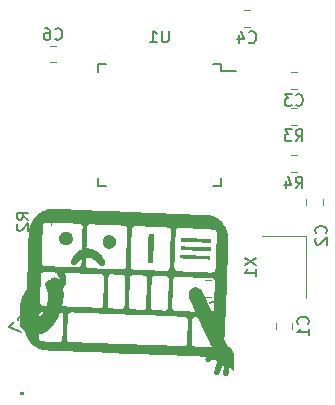
<source format=gbr>
G04 #@! TF.GenerationSoftware,KiCad,Pcbnew,7.0.1*
G04 #@! TF.CreationDate,2023-03-23T13:52:39-07:00*
G04 #@! TF.ProjectId,mcu daughterboard,6d637520-6461-4756-9768-746572626f61,rev?*
G04 #@! TF.SameCoordinates,Original*
G04 #@! TF.FileFunction,Legend,Bot*
G04 #@! TF.FilePolarity,Positive*
%FSLAX46Y46*%
G04 Gerber Fmt 4.6, Leading zero omitted, Abs format (unit mm)*
G04 Created by KiCad (PCBNEW 7.0.1) date 2023-03-23 13:52:39*
%MOMM*%
%LPD*%
G01*
G04 APERTURE LIST*
%ADD10C,0.000000*%
%ADD11C,0.150000*%
%ADD12C,0.120000*%
G04 APERTURE END LIST*
D10*
G36*
X142859164Y-109995220D02*
G01*
X142914617Y-109996854D01*
X142980735Y-109999302D01*
X143148773Y-110005555D01*
X143718068Y-110028706D01*
X144321759Y-110058472D01*
X144467804Y-110064949D01*
X144623605Y-110070599D01*
X144770476Y-110074595D01*
X144889731Y-110076111D01*
X144985519Y-110076641D01*
X145024498Y-110077715D01*
X145058073Y-110079694D01*
X145086644Y-110082850D01*
X145099180Y-110084956D01*
X145110617Y-110087459D01*
X145121005Y-110090393D01*
X145130394Y-110093794D01*
X145138834Y-110097694D01*
X145146377Y-110102128D01*
X145153072Y-110107131D01*
X145158971Y-110112736D01*
X145164122Y-110118979D01*
X145168577Y-110125892D01*
X145172387Y-110133511D01*
X145175600Y-110141870D01*
X145178269Y-110151002D01*
X145180442Y-110160943D01*
X145183507Y-110183385D01*
X145185196Y-110209470D01*
X145185915Y-110239473D01*
X145186065Y-110273666D01*
X145186065Y-110393611D01*
X145092578Y-110393611D01*
X144915859Y-110389229D01*
X144587665Y-110378397D01*
X143863148Y-110351277D01*
X143577398Y-110338268D01*
X143175231Y-110321290D01*
X142986413Y-110312857D01*
X142830171Y-110304093D01*
X142722546Y-110295990D01*
X142691977Y-110292497D01*
X142679579Y-110289541D01*
X142679098Y-110288860D01*
X142678648Y-110287818D01*
X142677842Y-110284687D01*
X142677160Y-110280227D01*
X142676602Y-110274520D01*
X142676168Y-110267645D01*
X142675858Y-110259682D01*
X142675610Y-110240814D01*
X142675858Y-110218555D01*
X142676602Y-110193547D01*
X142677842Y-110166431D01*
X142679579Y-110137847D01*
X142681205Y-110108553D01*
X142682086Y-110083328D01*
X142683175Y-110061902D01*
X142684094Y-110052528D01*
X142685421Y-110044002D01*
X142687276Y-110036291D01*
X142689776Y-110029359D01*
X142693041Y-110023173D01*
X142697190Y-110017699D01*
X142702341Y-110012904D01*
X142708614Y-110008753D01*
X142716126Y-110005212D01*
X142724998Y-110002248D01*
X142735348Y-109999826D01*
X142747295Y-109997914D01*
X142760957Y-109996475D01*
X142776454Y-109995478D01*
X142793905Y-109994888D01*
X142813427Y-109994671D01*
X142859164Y-109995220D01*
G37*
G36*
X143261855Y-108583612D02*
G01*
X143278071Y-108584463D01*
X143282609Y-108585004D01*
X143284593Y-108585624D01*
X143286921Y-108586326D01*
X143292475Y-108587102D01*
X143312594Y-108588849D01*
X143343628Y-108590802D01*
X143384252Y-108592900D01*
X143488983Y-108597282D01*
X143616203Y-108601499D01*
X143937672Y-108614949D01*
X144251203Y-108629722D01*
X144571570Y-108644494D01*
X144909134Y-108657943D01*
X145042732Y-108662422D01*
X145143483Y-108667645D01*
X145182905Y-108671026D01*
X145215751Y-108675183D01*
X145242566Y-108680311D01*
X145263896Y-108686607D01*
X145272675Y-108690254D01*
X145280286Y-108694267D01*
X145286798Y-108698670D01*
X145292280Y-108703488D01*
X145296800Y-108708745D01*
X145300425Y-108714466D01*
X145303224Y-108720675D01*
X145305265Y-108727397D01*
X145307345Y-108742478D01*
X145307211Y-108759905D01*
X145302481Y-108802583D01*
X145298595Y-108837585D01*
X145295205Y-108873579D01*
X145293851Y-108890605D01*
X145292808Y-108906266D01*
X145292136Y-108920026D01*
X145291898Y-108931346D01*
X145291796Y-108937112D01*
X145291492Y-108942498D01*
X145290991Y-108947496D01*
X145290300Y-108952099D01*
X145289422Y-108956299D01*
X145288363Y-108960089D01*
X145287129Y-108963459D01*
X145285724Y-108966404D01*
X145284154Y-108968914D01*
X145283309Y-108970004D01*
X145282424Y-108970982D01*
X145281500Y-108971848D01*
X145280539Y-108972601D01*
X145279539Y-108973240D01*
X145278503Y-108973763D01*
X145277431Y-108974169D01*
X145276324Y-108974459D01*
X145275181Y-108974630D01*
X145274004Y-108974683D01*
X145272794Y-108974615D01*
X145271550Y-108974426D01*
X145270275Y-108974114D01*
X145268967Y-108973680D01*
X145255263Y-108972199D01*
X145223492Y-108970428D01*
X145114186Y-108966183D01*
X144957917Y-108961277D01*
X144771551Y-108956041D01*
X144333665Y-108943473D01*
X144122164Y-108936446D01*
X143951343Y-108929583D01*
X143061901Y-108889234D01*
X142824217Y-108877245D01*
X142741314Y-108871375D01*
X142741045Y-108870312D01*
X142740894Y-108867836D01*
X142740929Y-108858944D01*
X142741377Y-108845298D01*
X142742197Y-108827497D01*
X142744787Y-108781829D01*
X142748370Y-108726736D01*
X142760717Y-108585624D01*
X143020009Y-108583860D01*
X143121130Y-108582896D01*
X143204556Y-108582758D01*
X143261855Y-108583612D01*
G37*
G36*
X129416898Y-121894166D02*
G01*
X129134676Y-121894166D01*
X129134676Y-121611944D01*
X129416898Y-121611944D01*
X129416898Y-121894166D01*
G37*
G36*
X140187613Y-108244928D02*
G01*
X140208050Y-108245489D01*
X140229564Y-108246434D01*
X140252164Y-108247762D01*
X140275856Y-108249469D01*
X140326550Y-108254014D01*
X140346770Y-108256342D01*
X140364529Y-108258916D01*
X140372532Y-108260397D01*
X140379974Y-108262063D01*
X140386873Y-108263955D01*
X140393248Y-108266112D01*
X140399116Y-108268578D01*
X140404496Y-108271391D01*
X140409406Y-108274595D01*
X140413863Y-108278229D01*
X140417887Y-108282334D01*
X140421494Y-108286952D01*
X140424704Y-108292124D01*
X140427533Y-108297890D01*
X140430001Y-108304291D01*
X140432126Y-108311370D01*
X140433924Y-108319166D01*
X140435416Y-108327721D01*
X140436618Y-108337075D01*
X140437548Y-108347270D01*
X140438226Y-108358347D01*
X140438668Y-108370347D01*
X140438919Y-108397278D01*
X140438447Y-108428393D01*
X140437397Y-108464019D01*
X140435912Y-108504485D01*
X140407690Y-109441111D01*
X140390712Y-110031793D01*
X140377703Y-110425361D01*
X140367120Y-110677596D01*
X140134287Y-110665249D01*
X139970025Y-110655327D01*
X139919230Y-110651607D01*
X139905067Y-110650274D01*
X139899690Y-110649375D01*
X139899131Y-110647275D01*
X139898773Y-110641754D01*
X139898642Y-110621152D01*
X139899256Y-110588975D01*
X139900572Y-110546628D01*
X139905147Y-110437046D01*
X139912037Y-110303652D01*
X139925928Y-109958151D01*
X139938495Y-109608680D01*
X139962308Y-108762674D01*
X139975537Y-108449805D01*
X139979209Y-108393295D01*
X139982758Y-108350614D01*
X139984705Y-108333768D01*
X139986885Y-108319549D01*
X139989385Y-108307682D01*
X139992294Y-108297890D01*
X139995698Y-108289896D01*
X139999687Y-108283424D01*
X140004347Y-108278197D01*
X140009767Y-108273939D01*
X140016035Y-108270374D01*
X140023237Y-108267225D01*
X140040801Y-108261068D01*
X140050889Y-108257637D01*
X140061978Y-108254616D01*
X140074074Y-108252003D01*
X140087185Y-108249796D01*
X140101320Y-108247992D01*
X140116486Y-108246589D01*
X140132690Y-108245583D01*
X140149941Y-108244973D01*
X140168246Y-108244756D01*
X140187613Y-108244928D01*
G37*
G36*
X142859982Y-109285456D02*
G01*
X142907561Y-109286109D01*
X143026507Y-109288972D01*
X143179476Y-109293964D01*
X143369238Y-109301146D01*
X143598565Y-109310582D01*
X144514023Y-109351152D01*
X144688427Y-109358649D01*
X144857540Y-109364822D01*
X145002179Y-109369012D01*
X145103162Y-109370555D01*
X145279551Y-109370555D01*
X145267203Y-109515194D01*
X145264403Y-109545025D01*
X145261333Y-109573265D01*
X145258057Y-109599313D01*
X145254636Y-109622571D01*
X145251132Y-109642438D01*
X145247608Y-109658317D01*
X145245857Y-109664573D01*
X145244125Y-109669606D01*
X145242418Y-109673343D01*
X145240745Y-109675708D01*
X145223208Y-109678409D01*
X145179161Y-109679952D01*
X145023236Y-109679897D01*
X144521960Y-109669534D01*
X143924112Y-109649911D01*
X143416884Y-109626319D01*
X143241763Y-109616232D01*
X143075572Y-109607798D01*
X142937161Y-109602011D01*
X142845384Y-109599861D01*
X142695454Y-109599861D01*
X142706037Y-109453458D01*
X142713313Y-109346963D01*
X142716620Y-109294708D01*
X142717258Y-109293277D01*
X142719200Y-109291960D01*
X142722489Y-109290759D01*
X142727169Y-109289675D01*
X142740875Y-109287859D01*
X142760662Y-109286522D01*
X142786879Y-109285671D01*
X142819870Y-109285313D01*
X142859982Y-109285456D01*
G37*
G36*
X146678127Y-108195709D02*
G01*
X146696505Y-108289760D01*
X146711856Y-108387204D01*
X146717775Y-108434267D01*
X146722412Y-108479791D01*
X146727311Y-108572375D01*
X146730184Y-108709152D01*
X146730349Y-109055260D01*
X146723900Y-109398061D01*
X146718505Y-109530704D01*
X146711829Y-109617500D01*
X146707763Y-109660625D01*
X146703450Y-109726034D01*
X146693749Y-109928826D01*
X146682063Y-110236128D01*
X146667731Y-110658194D01*
X146653179Y-111094315D01*
X146641273Y-111363749D01*
X146636147Y-111466689D01*
X146629367Y-111635609D01*
X146621925Y-111847193D01*
X146614815Y-112078125D01*
X146603311Y-112404444D01*
X146582844Y-112984984D01*
X146544259Y-113930208D01*
X146529707Y-114326201D01*
X146517801Y-114732777D01*
X146515156Y-114829791D01*
X146513308Y-114897591D01*
X146508320Y-115040576D01*
X146503662Y-115146519D01*
X146500162Y-115200208D01*
X146497940Y-115219225D01*
X146495284Y-115253786D01*
X146488917Y-115361604D01*
X146481558Y-115507786D01*
X146473704Y-115676458D01*
X146447245Y-116320277D01*
X146434264Y-116588140D01*
X146418803Y-116855838D01*
X146404333Y-117065658D01*
X146398556Y-117130828D01*
X146394329Y-117159887D01*
X146394070Y-117161132D01*
X146393953Y-117162546D01*
X146393974Y-117164125D01*
X146394132Y-117165861D01*
X146394844Y-117169786D01*
X146396065Y-117174274D01*
X146397771Y-117179279D01*
X146399941Y-117184755D01*
X146402549Y-117190653D01*
X146405573Y-117196930D01*
X146408990Y-117203537D01*
X146412777Y-117210428D01*
X146416910Y-117217557D01*
X146421366Y-117224877D01*
X146426121Y-117232341D01*
X146431153Y-117239904D01*
X146436438Y-117247519D01*
X146441954Y-117255139D01*
X146447835Y-117263510D01*
X146454194Y-117273329D01*
X146460972Y-117284470D01*
X146468109Y-117296810D01*
X146483222Y-117324592D01*
X146499059Y-117355680D01*
X146515145Y-117389084D01*
X146531002Y-117423811D01*
X146546157Y-117458868D01*
X146560134Y-117493263D01*
X146625398Y-117660833D01*
X146782384Y-117779014D01*
X146813567Y-117803434D01*
X146816019Y-117805472D01*
X146843576Y-117828358D01*
X146872355Y-117853711D01*
X146899848Y-117879418D01*
X146925997Y-117905404D01*
X146950746Y-117931594D01*
X146974037Y-117957913D01*
X146995815Y-117984286D01*
X147016021Y-118010639D01*
X147034600Y-118036897D01*
X147051493Y-118062983D01*
X147066646Y-118088825D01*
X147080000Y-118114346D01*
X147091499Y-118139471D01*
X147101086Y-118164127D01*
X147108704Y-118188237D01*
X147110538Y-118195256D01*
X147112714Y-118202392D01*
X147115199Y-118209595D01*
X147117964Y-118216817D01*
X147120977Y-118224007D01*
X147124206Y-118231117D01*
X147127622Y-118238098D01*
X147131193Y-118244901D01*
X147134888Y-118251476D01*
X147138676Y-118257775D01*
X147142526Y-118263749D01*
X147146407Y-118269347D01*
X147150288Y-118274522D01*
X147154137Y-118279224D01*
X147157925Y-118283404D01*
X147161620Y-118287013D01*
X147164670Y-118289985D01*
X147167539Y-118293036D01*
X147170234Y-118296296D01*
X147172758Y-118299894D01*
X147175119Y-118303962D01*
X147177321Y-118308628D01*
X147179370Y-118314024D01*
X147181271Y-118320279D01*
X147183030Y-118327524D01*
X147184653Y-118335889D01*
X147186144Y-118345503D01*
X147187510Y-118356498D01*
X147188756Y-118369002D01*
X147189887Y-118383148D01*
X147190909Y-118399063D01*
X147191827Y-118416880D01*
X147192647Y-118436727D01*
X147193374Y-118458736D01*
X147194014Y-118483035D01*
X147194573Y-118509756D01*
X147195055Y-118539029D01*
X147195466Y-118570983D01*
X147196099Y-118643457D01*
X147196514Y-118728220D01*
X147196757Y-118826313D01*
X147196898Y-119066653D01*
X147196898Y-119814541D01*
X147147509Y-119788083D01*
X147138438Y-119782752D01*
X147128437Y-119776032D01*
X147117526Y-119767937D01*
X147105727Y-119758483D01*
X147093059Y-119747685D01*
X147079544Y-119735560D01*
X147065202Y-119722121D01*
X147050054Y-119707386D01*
X147034121Y-119691369D01*
X147017422Y-119674086D01*
X146999980Y-119655552D01*
X146981814Y-119635783D01*
X146962945Y-119614795D01*
X146943394Y-119592602D01*
X146923182Y-119569221D01*
X146902329Y-119544667D01*
X146896712Y-119537891D01*
X146891132Y-119531472D01*
X146885624Y-119525435D01*
X146880225Y-119519807D01*
X146874970Y-119514612D01*
X146869896Y-119509878D01*
X146865040Y-119505629D01*
X146860436Y-119501892D01*
X146856122Y-119498693D01*
X146852134Y-119496056D01*
X146848507Y-119494009D01*
X146845278Y-119492577D01*
X146843824Y-119492099D01*
X146842483Y-119491785D01*
X146841260Y-119491638D01*
X146840158Y-119491660D01*
X146839184Y-119491856D01*
X146838340Y-119492228D01*
X146837632Y-119492779D01*
X146837065Y-119493513D01*
X146835891Y-119496629D01*
X146834371Y-119502567D01*
X146830395Y-119522287D01*
X146825344Y-119551432D01*
X146819426Y-119588763D01*
X146812846Y-119633039D01*
X146805811Y-119683021D01*
X146798528Y-119737467D01*
X146791204Y-119795138D01*
X146774336Y-119911307D01*
X146756808Y-120016727D01*
X146748415Y-120061841D01*
X146740602Y-120099988D01*
X146733615Y-120129743D01*
X146727704Y-120149679D01*
X146723922Y-120158484D01*
X146719859Y-120167036D01*
X146715522Y-120175331D01*
X146710919Y-120183362D01*
X146706058Y-120191127D01*
X146700945Y-120198619D01*
X146695591Y-120205834D01*
X146690000Y-120212767D01*
X146684183Y-120219413D01*
X146678146Y-120225767D01*
X146671897Y-120231825D01*
X146665444Y-120237582D01*
X146658794Y-120243032D01*
X146651956Y-120248172D01*
X146644937Y-120252995D01*
X146637745Y-120257498D01*
X146630388Y-120261675D01*
X146622873Y-120265522D01*
X146615208Y-120269033D01*
X146607401Y-120272205D01*
X146599459Y-120275031D01*
X146591391Y-120277508D01*
X146583205Y-120279630D01*
X146574907Y-120281393D01*
X146566505Y-120282791D01*
X146558008Y-120283820D01*
X146549424Y-120284475D01*
X146540759Y-120284752D01*
X146532022Y-120284644D01*
X146523220Y-120284148D01*
X146514361Y-120283259D01*
X146505454Y-120281971D01*
X146487971Y-120278923D01*
X146471836Y-120275691D01*
X146456953Y-120272217D01*
X146443221Y-120268440D01*
X146430544Y-120264301D01*
X146418823Y-120259741D01*
X146407960Y-120254700D01*
X146397856Y-120249120D01*
X146388414Y-120242940D01*
X146379535Y-120236101D01*
X146371122Y-120228543D01*
X146363075Y-120220208D01*
X146355296Y-120211036D01*
X146347689Y-120200967D01*
X146340154Y-120189942D01*
X146332592Y-120177902D01*
X146324841Y-120164308D01*
X146321351Y-120157176D01*
X146318120Y-120149766D01*
X146315145Y-120142037D01*
X146312427Y-120133947D01*
X146309966Y-120125457D01*
X146307760Y-120116524D01*
X146305811Y-120107109D01*
X146304117Y-120097169D01*
X146301494Y-120075552D01*
X146299889Y-120051346D01*
X146299299Y-120024223D01*
X146299722Y-119993855D01*
X146301156Y-119959914D01*
X146303597Y-119922071D01*
X146307044Y-119879998D01*
X146311492Y-119833367D01*
X146316941Y-119781850D01*
X146323388Y-119725119D01*
X146330828Y-119662846D01*
X146340678Y-119581980D01*
X146347778Y-119518952D01*
X146352192Y-119471261D01*
X146353980Y-119436408D01*
X146353909Y-119423013D01*
X146353204Y-119411889D01*
X146351875Y-119402724D01*
X146349928Y-119395205D01*
X146347371Y-119389019D01*
X146344213Y-119383853D01*
X146340460Y-119379396D01*
X146336120Y-119375334D01*
X146330105Y-119371385D01*
X146324049Y-119367561D01*
X146318075Y-119363985D01*
X146312308Y-119360781D01*
X146309540Y-119359357D01*
X146306871Y-119358073D01*
X146304316Y-119356944D01*
X146301890Y-119355986D01*
X146299608Y-119355213D01*
X146297487Y-119354642D01*
X146295541Y-119354288D01*
X146293787Y-119354167D01*
X146291793Y-119354642D01*
X146289449Y-119356063D01*
X146286759Y-119358427D01*
X146283724Y-119361729D01*
X146276629Y-119371131D01*
X146268183Y-119384236D01*
X146258404Y-119401009D01*
X146247309Y-119421418D01*
X146234918Y-119445429D01*
X146221247Y-119473009D01*
X146206315Y-119504123D01*
X146190141Y-119538738D01*
X146154137Y-119618336D01*
X146113378Y-119711536D01*
X146068009Y-119818069D01*
X146045137Y-119871930D01*
X146021955Y-119924178D01*
X145999145Y-119973532D01*
X145977389Y-120018711D01*
X145957370Y-120058433D01*
X145939769Y-120091416D01*
X145925268Y-120116379D01*
X145914551Y-120132040D01*
X145907261Y-120140463D01*
X145900467Y-120147912D01*
X145897192Y-120151290D01*
X145893963Y-120154446D01*
X145890755Y-120157389D01*
X145887541Y-120160125D01*
X145884297Y-120162662D01*
X145880996Y-120165008D01*
X145877612Y-120167170D01*
X145874119Y-120169155D01*
X145870492Y-120170970D01*
X145866705Y-120172624D01*
X145862732Y-120174124D01*
X145858547Y-120175477D01*
X145854125Y-120176690D01*
X145849438Y-120177771D01*
X145844463Y-120178727D01*
X145839172Y-120179566D01*
X145833540Y-120180295D01*
X145827541Y-120180922D01*
X145821150Y-120181454D01*
X145814340Y-120181898D01*
X145799361Y-120182554D01*
X145782397Y-120182949D01*
X145763242Y-120183142D01*
X145741690Y-120183194D01*
X145700979Y-120182942D01*
X145684007Y-120182531D01*
X145669012Y-120181843D01*
X145655784Y-120180814D01*
X145644114Y-120179380D01*
X145633793Y-120177475D01*
X145624612Y-120175036D01*
X145616360Y-120171997D01*
X145608830Y-120168294D01*
X145601811Y-120163862D01*
X145595094Y-120158637D01*
X145588470Y-120152555D01*
X145581730Y-120145550D01*
X145574665Y-120137558D01*
X145567065Y-120128514D01*
X145560972Y-120121009D01*
X145555262Y-120113375D01*
X145549935Y-120105605D01*
X145544992Y-120097694D01*
X145540432Y-120089636D01*
X145536256Y-120081424D01*
X145532465Y-120073053D01*
X145529058Y-120064518D01*
X145526037Y-120055812D01*
X145523400Y-120046930D01*
X145521149Y-120037865D01*
X145519285Y-120028613D01*
X145517806Y-120019167D01*
X145516714Y-120009521D01*
X145516009Y-119999670D01*
X145515691Y-119989608D01*
X145515761Y-119979328D01*
X145516219Y-119968826D01*
X145517065Y-119958095D01*
X145518299Y-119947130D01*
X145521935Y-119924472D01*
X145527129Y-119900807D01*
X145533884Y-119876087D01*
X145542201Y-119850267D01*
X145552085Y-119823299D01*
X145563537Y-119795138D01*
X145587597Y-119736324D01*
X145622407Y-119647413D01*
X145706412Y-119428250D01*
X145808717Y-119160139D01*
X145761092Y-119036667D01*
X145750974Y-119011610D01*
X145740670Y-118988352D01*
X145730490Y-118967368D01*
X145720743Y-118949133D01*
X145716130Y-118941195D01*
X145711741Y-118934123D01*
X145707616Y-118927975D01*
X145703794Y-118922813D01*
X145700312Y-118918694D01*
X145697210Y-118915678D01*
X145694527Y-118913825D01*
X145693354Y-118913353D01*
X145692301Y-118913194D01*
X145651053Y-118910645D01*
X145595810Y-118906028D01*
X145465421Y-118892909D01*
X145345283Y-118878468D01*
X145302857Y-118872198D01*
X145279551Y-118867334D01*
X145272991Y-118865545D01*
X145267172Y-118864191D01*
X145264528Y-118863696D01*
X145262052Y-118863333D01*
X145259739Y-118863110D01*
X145257585Y-118863033D01*
X145255583Y-118863112D01*
X145253728Y-118863354D01*
X145252014Y-118863766D01*
X145250436Y-118864356D01*
X145248989Y-118865132D01*
X145247667Y-118866103D01*
X145246464Y-118867274D01*
X145245375Y-118868655D01*
X145244395Y-118870253D01*
X145243518Y-118872076D01*
X145242738Y-118874132D01*
X145242051Y-118876427D01*
X145241450Y-118878971D01*
X145240930Y-118881771D01*
X145240486Y-118884834D01*
X145240111Y-118888168D01*
X145239551Y-118895682D01*
X145239205Y-118904374D01*
X145239030Y-118914307D01*
X145238981Y-118925541D01*
X145238597Y-118940831D01*
X145237393Y-118955004D01*
X145236461Y-118961698D01*
X145235296Y-118968143D01*
X145233888Y-118974351D01*
X145232229Y-118980332D01*
X145230309Y-118986096D01*
X145228119Y-118991653D01*
X145225648Y-118997013D01*
X145222889Y-119002188D01*
X145219832Y-119007187D01*
X145216466Y-119012020D01*
X145212784Y-119016699D01*
X145208775Y-119021232D01*
X145204430Y-119025632D01*
X145199739Y-119029907D01*
X145194695Y-119034069D01*
X145189286Y-119038127D01*
X145183504Y-119042092D01*
X145177339Y-119045975D01*
X145170782Y-119049785D01*
X145163823Y-119053533D01*
X145148664Y-119060885D01*
X145131787Y-119068113D01*
X145113117Y-119075299D01*
X145092578Y-119082527D01*
X145065410Y-119091181D01*
X145053937Y-119094526D01*
X145043575Y-119097189D01*
X145034102Y-119099150D01*
X145025296Y-119100387D01*
X145021073Y-119100727D01*
X145016934Y-119100879D01*
X145012850Y-119100840D01*
X145008794Y-119100607D01*
X145004738Y-119100178D01*
X145000654Y-119099549D01*
X144996514Y-119098720D01*
X144992292Y-119097686D01*
X144983485Y-119094995D01*
X144974012Y-119091457D01*
X144963650Y-119087050D01*
X144952177Y-119081755D01*
X144925009Y-119068416D01*
X144904361Y-119058014D01*
X144886000Y-119047797D01*
X144877642Y-119042672D01*
X144869815Y-119037491D01*
X144862503Y-119032221D01*
X144855694Y-119026827D01*
X144849373Y-119021275D01*
X144843526Y-119015531D01*
X144838140Y-119009563D01*
X144833201Y-119003335D01*
X144828694Y-118996813D01*
X144824607Y-118989965D01*
X144820924Y-118982755D01*
X144817632Y-118975150D01*
X144814718Y-118967117D01*
X144812167Y-118958620D01*
X144809966Y-118949627D01*
X144808100Y-118940103D01*
X144806556Y-118930015D01*
X144805319Y-118919328D01*
X144804377Y-118908009D01*
X144803714Y-118896023D01*
X144803318Y-118883337D01*
X144803174Y-118869917D01*
X144803587Y-118840740D01*
X144804842Y-118808218D01*
X144806829Y-118772082D01*
X144817412Y-118604513D01*
X144644551Y-118609805D01*
X144600974Y-118610721D01*
X144543320Y-118610852D01*
X144395622Y-118608923D01*
X144221135Y-118604348D01*
X144039537Y-118597458D01*
X143597021Y-118578276D01*
X143139954Y-118560417D01*
X142654223Y-118540352D01*
X142143356Y-118516319D01*
X141559950Y-118489199D01*
X140899815Y-118463403D01*
X140283556Y-118440031D01*
X139806204Y-118419305D01*
X138977176Y-118384027D01*
X138263683Y-118356908D01*
X136825231Y-118304652D01*
X135394718Y-118251736D01*
X134832037Y-118225277D01*
X134660112Y-118216541D01*
X134419727Y-118206977D01*
X134142962Y-118197744D01*
X133861897Y-118189999D01*
X133293705Y-118171700D01*
X132856481Y-118154722D01*
X132486946Y-118140170D01*
X132275555Y-118133390D01*
X132080370Y-118128264D01*
X131863009Y-118122142D01*
X131679609Y-118115337D01*
X131524776Y-118107334D01*
X131393115Y-118097616D01*
X131279230Y-118085665D01*
X131177727Y-118070965D01*
X131083211Y-118052998D01*
X130990286Y-118031250D01*
X130896666Y-118006586D01*
X130813815Y-117982109D01*
X130775608Y-117969585D01*
X130739108Y-117956681D01*
X130703988Y-117943255D01*
X130669920Y-117929165D01*
X130636576Y-117914269D01*
X130603626Y-117898424D01*
X130570744Y-117881489D01*
X130537601Y-117863322D01*
X130503869Y-117843780D01*
X130469219Y-117822722D01*
X130395856Y-117775486D01*
X130329913Y-117729537D01*
X130265766Y-117680408D01*
X130203515Y-117628232D01*
X130143262Y-117573135D01*
X130085107Y-117515248D01*
X130029150Y-117454699D01*
X129975493Y-117391618D01*
X129924237Y-117326135D01*
X129875481Y-117258377D01*
X129829328Y-117188476D01*
X129785877Y-117116558D01*
X129745229Y-117042755D01*
X129719913Y-116992072D01*
X130683230Y-116992072D01*
X130683591Y-117016352D01*
X130684716Y-117039825D01*
X130686598Y-117062382D01*
X130689230Y-117083909D01*
X130692603Y-117104298D01*
X130696710Y-117123436D01*
X130701543Y-117141212D01*
X130707094Y-117157515D01*
X130713356Y-117172235D01*
X130720082Y-117185441D01*
X130727452Y-117197954D01*
X130735606Y-117209793D01*
X130744682Y-117220976D01*
X130754819Y-117231524D01*
X130766155Y-117241456D01*
X130778829Y-117250791D01*
X130792979Y-117259548D01*
X130808744Y-117267747D01*
X130826263Y-117275407D01*
X130845673Y-117282548D01*
X130867114Y-117289190D01*
X130890724Y-117295350D01*
X130916642Y-117301049D01*
X130945006Y-117306307D01*
X130975955Y-117311142D01*
X131009627Y-117315574D01*
X131046161Y-117319622D01*
X131085696Y-117323306D01*
X131128370Y-117326645D01*
X131174321Y-117329658D01*
X131223688Y-117332365D01*
X131333226Y-117336938D01*
X131458090Y-117340519D01*
X131599390Y-117343263D01*
X131758235Y-117345325D01*
X131935732Y-117346859D01*
X132558383Y-117352153D01*
X132609537Y-117295707D01*
X132614844Y-117289496D01*
X132620161Y-117282806D01*
X132625458Y-117275697D01*
X132630703Y-117268230D01*
X132635865Y-117260462D01*
X132640914Y-117252455D01*
X132645818Y-117244266D01*
X132650547Y-117235956D01*
X132655068Y-117227584D01*
X132659352Y-117219209D01*
X132663368Y-117210892D01*
X132667083Y-117202690D01*
X132670468Y-117194664D01*
X132673491Y-117186873D01*
X132676121Y-117179377D01*
X132678328Y-117172235D01*
X132680020Y-117162408D01*
X132681780Y-117147037D01*
X132685439Y-117100963D01*
X132688269Y-117052292D01*
X133076967Y-117052292D01*
X133077584Y-117088294D01*
X133078845Y-117121039D01*
X133080854Y-117150739D01*
X133083719Y-117177611D01*
X133087546Y-117201867D01*
X133092439Y-117223723D01*
X133098505Y-117243393D01*
X133105851Y-117261092D01*
X133110036Y-117269269D01*
X133114581Y-117277034D01*
X133119499Y-117284413D01*
X133124802Y-117291433D01*
X133130505Y-117298121D01*
X133136621Y-117304504D01*
X133150141Y-117316462D01*
X133165471Y-117327520D01*
X133182715Y-117337894D01*
X133201979Y-117347797D01*
X133223370Y-117357444D01*
X133238155Y-117363698D01*
X133253429Y-117369271D01*
X133261569Y-117371823D01*
X133270216Y-117374230D01*
X133279498Y-117376499D01*
X133289544Y-117378638D01*
X133300480Y-117380656D01*
X133312437Y-117382561D01*
X133339921Y-117386062D01*
X133373023Y-117389207D01*
X133412768Y-117392060D01*
X133460181Y-117394686D01*
X133516289Y-117397148D01*
X133582118Y-117399513D01*
X133658692Y-117401844D01*
X133848183Y-117406664D01*
X134092967Y-117412124D01*
X134681886Y-117428220D01*
X134889446Y-117435193D01*
X134999606Y-117440347D01*
X135092982Y-117445473D01*
X135257134Y-117452253D01*
X135468911Y-117459695D01*
X135705162Y-117466806D01*
X136281733Y-117487530D01*
X136851689Y-117510902D01*
X137514250Y-117537361D01*
X138315717Y-117563820D01*
X139692653Y-117608137D01*
X140626412Y-117643194D01*
X141283267Y-117668936D01*
X141845038Y-117687733D01*
X142309906Y-117699254D01*
X142676050Y-117703167D01*
X143118787Y-117704930D01*
X143155829Y-117662596D01*
X143161463Y-117655946D01*
X143166799Y-117649168D01*
X143171849Y-117642175D01*
X143176623Y-117634880D01*
X143181134Y-117627196D01*
X143185393Y-117619037D01*
X143189411Y-117610314D01*
X143193201Y-117600943D01*
X143196774Y-117590835D01*
X143200141Y-117579903D01*
X143203315Y-117568062D01*
X143206306Y-117555223D01*
X143209127Y-117541301D01*
X143211789Y-117526207D01*
X143214304Y-117509856D01*
X143216683Y-117492161D01*
X143221080Y-117452388D01*
X143223661Y-117422541D01*
X143621918Y-117422541D01*
X143622515Y-117468349D01*
X143624155Y-117508534D01*
X143626976Y-117543603D01*
X143631115Y-117574063D01*
X143636709Y-117600420D01*
X143643894Y-117623180D01*
X143652808Y-117642850D01*
X143663587Y-117659936D01*
X143676369Y-117674944D01*
X143691290Y-117688382D01*
X143708487Y-117700755D01*
X143728098Y-117712570D01*
X143750259Y-117724333D01*
X143763001Y-117730275D01*
X143775966Y-117735571D01*
X143782782Y-117737995D01*
X143789954Y-117740278D01*
X143797582Y-117742428D01*
X143805766Y-117744453D01*
X143814607Y-117746358D01*
X143824204Y-117748152D01*
X143834657Y-117749841D01*
X143846067Y-117751432D01*
X143872158Y-117754351D01*
X143903276Y-117756965D01*
X143940224Y-117759331D01*
X143983802Y-117761506D01*
X144034811Y-117763546D01*
X144094052Y-117765509D01*
X144162326Y-117767452D01*
X144240434Y-117769430D01*
X144429356Y-117773723D01*
X144902960Y-117785187D01*
X145082712Y-117791085D01*
X145191356Y-117796652D01*
X145346579Y-117805472D01*
X145254856Y-117623791D01*
X145218421Y-117548412D01*
X145185624Y-117478491D01*
X145160102Y-117422129D01*
X145151207Y-117401565D01*
X145145495Y-117387430D01*
X145140582Y-117374549D01*
X145133975Y-117358794D01*
X145125961Y-117340766D01*
X145116832Y-117321064D01*
X145106876Y-117300286D01*
X145096382Y-117279034D01*
X145085640Y-117257905D01*
X145074940Y-117237500D01*
X145043279Y-117178502D01*
X145012487Y-117119401D01*
X144983596Y-117062409D01*
X144957641Y-117009737D01*
X144935654Y-116963597D01*
X144918670Y-116926200D01*
X144907722Y-116899759D01*
X144904834Y-116891338D01*
X144903842Y-116886485D01*
X144903517Y-116884284D01*
X144902564Y-116881031D01*
X144901017Y-116876792D01*
X144898909Y-116871630D01*
X144893145Y-116858797D01*
X144885542Y-116843050D01*
X144876368Y-116824904D01*
X144865891Y-116804878D01*
X144854381Y-116783488D01*
X144842106Y-116761250D01*
X144818321Y-116718255D01*
X144798671Y-116681875D01*
X144785304Y-116656078D01*
X144781648Y-116648388D01*
X144780370Y-116644833D01*
X144780065Y-116643211D01*
X144779168Y-116640372D01*
X144775712Y-116631301D01*
X144770231Y-116618137D01*
X144762952Y-116601397D01*
X144754101Y-116581598D01*
X144743907Y-116559256D01*
X144732597Y-116534889D01*
X144720398Y-116509012D01*
X144693581Y-116450418D01*
X144663292Y-116385541D01*
X144607509Y-116267360D01*
X144541363Y-116121620D01*
X144454051Y-115932222D01*
X144405296Y-115828483D01*
X144348438Y-115709530D01*
X144238856Y-115484194D01*
X144124204Y-115256652D01*
X143983093Y-115267235D01*
X143947419Y-115270139D01*
X143915651Y-115273602D01*
X143887563Y-115277684D01*
X143874828Y-115279977D01*
X143862927Y-115282449D01*
X143851833Y-115285106D01*
X143841516Y-115287958D01*
X143831949Y-115291011D01*
X143823102Y-115294273D01*
X143814948Y-115297752D01*
X143807458Y-115301456D01*
X143800604Y-115305392D01*
X143794356Y-115309569D01*
X143789568Y-115313549D01*
X143784496Y-115318181D01*
X143779187Y-115323413D01*
X143773686Y-115329192D01*
X143768040Y-115335467D01*
X143762296Y-115342187D01*
X143756501Y-115349299D01*
X143750700Y-115356753D01*
X143744941Y-115364496D01*
X143739269Y-115372476D01*
X143733732Y-115380643D01*
X143728376Y-115388944D01*
X143723247Y-115397327D01*
X143718392Y-115405742D01*
X143713858Y-115414136D01*
X143709690Y-115422458D01*
X143703126Y-115436080D01*
X143697281Y-115449832D01*
X143694606Y-115457069D01*
X143692086Y-115464711D01*
X143689712Y-115472884D01*
X143687476Y-115481714D01*
X143685368Y-115491323D01*
X143683382Y-115501837D01*
X143681508Y-115513381D01*
X143679738Y-115526080D01*
X143678064Y-115540057D01*
X143676476Y-115555438D01*
X143673530Y-115590909D01*
X143672161Y-115612517D01*
X143670831Y-115633492D01*
X143668314Y-115684182D01*
X143665910Y-115743978D01*
X143663553Y-115813876D01*
X143661175Y-115894874D01*
X143658709Y-115987970D01*
X143653245Y-116214444D01*
X143625023Y-117246319D01*
X143622229Y-117370604D01*
X143621918Y-117422541D01*
X143223661Y-117422541D01*
X143225075Y-117406195D01*
X143228759Y-117352887D01*
X143232227Y-117291767D01*
X143235570Y-117222141D01*
X143238883Y-117143314D01*
X143245787Y-116955278D01*
X143281065Y-115967499D01*
X143286990Y-115765700D01*
X143288782Y-115612517D01*
X143288075Y-115554053D01*
X143286274Y-115507620D01*
X143283356Y-115473176D01*
X143279301Y-115450679D01*
X143273594Y-115431371D01*
X143267050Y-115413128D01*
X143259659Y-115395939D01*
X143251409Y-115379793D01*
X143242292Y-115364681D01*
X143232296Y-115350593D01*
X143226965Y-115343929D01*
X143221411Y-115337517D01*
X143215632Y-115331356D01*
X143209627Y-115325444D01*
X143203395Y-115319780D01*
X143196934Y-115314362D01*
X143190243Y-115309191D01*
X143183320Y-115304263D01*
X143168777Y-115295135D01*
X143153293Y-115286969D01*
X143136858Y-115279753D01*
X143119462Y-115273478D01*
X143101095Y-115268133D01*
X143081745Y-115263707D01*
X143048717Y-115259277D01*
X142990161Y-115254061D01*
X142909322Y-115248267D01*
X142809445Y-115242100D01*
X142565560Y-115229478D01*
X142284467Y-115217847D01*
X141190856Y-115173749D01*
X140028894Y-115125684D01*
X138933079Y-115085555D01*
X138499603Y-115071003D01*
X138201064Y-115059097D01*
X137715113Y-115041017D01*
X136927537Y-115015000D01*
X136521180Y-114999124D01*
X136388035Y-114992675D01*
X136327815Y-114988541D01*
X136307086Y-114986319D01*
X136263846Y-114983662D01*
X136120337Y-114977296D01*
X135918289Y-114969938D01*
X135678703Y-114962083D01*
X135229491Y-114948716D01*
X134861802Y-114935845D01*
X134505690Y-114920659D01*
X134091203Y-114900347D01*
X133728172Y-114884114D01*
X133593497Y-114879666D01*
X133486189Y-114877637D01*
X133403355Y-114878005D01*
X133342101Y-114880751D01*
X133299534Y-114885853D01*
X133272759Y-114893291D01*
X133265926Y-114896725D01*
X133259318Y-114900749D01*
X133252930Y-114905378D01*
X133246759Y-114910623D01*
X133240800Y-114916498D01*
X133235052Y-114923014D01*
X133229509Y-114930185D01*
X133224169Y-114938022D01*
X133219028Y-114946539D01*
X133214082Y-114955749D01*
X133209328Y-114965663D01*
X133204763Y-114976294D01*
X133200382Y-114987655D01*
X133196183Y-114999759D01*
X133192161Y-115012618D01*
X133188313Y-115026244D01*
X133184635Y-115040651D01*
X133181125Y-115055851D01*
X133174591Y-115088680D01*
X133170800Y-115111876D01*
X133168682Y-115124831D01*
X133163370Y-115164407D01*
X133158627Y-115207506D01*
X133154424Y-115254231D01*
X133150732Y-115304681D01*
X133147524Y-115358958D01*
X133101000Y-116374296D01*
X133083775Y-116812265D01*
X133076967Y-117052292D01*
X132688269Y-117052292D01*
X132689180Y-117036615D01*
X132692880Y-116956600D01*
X132696415Y-116863520D01*
X132699660Y-116759982D01*
X132702492Y-116648588D01*
X132704787Y-116531944D01*
X132709913Y-116293102D01*
X132716692Y-116067159D01*
X132724133Y-115879581D01*
X132731244Y-115755833D01*
X132738052Y-115654712D01*
X132744695Y-115528952D01*
X132750345Y-115394924D01*
X132754176Y-115269000D01*
X132755781Y-115180609D01*
X132756436Y-115111876D01*
X132755850Y-115059803D01*
X132755001Y-115039078D01*
X132753734Y-115021394D01*
X132752013Y-115006376D01*
X132749800Y-114993650D01*
X132747060Y-114982842D01*
X132743757Y-114973576D01*
X132739855Y-114965478D01*
X132735317Y-114958173D01*
X132730108Y-114951286D01*
X132724190Y-114944444D01*
X132715291Y-114934933D01*
X132706413Y-114926230D01*
X132697494Y-114918318D01*
X132688471Y-114911178D01*
X132679283Y-114904793D01*
X132674607Y-114901878D01*
X132669867Y-114899144D01*
X132665055Y-114896590D01*
X132660162Y-114894214D01*
X132655182Y-114892012D01*
X132650106Y-114889984D01*
X132644927Y-114888126D01*
X132639636Y-114886436D01*
X132634227Y-114884912D01*
X132628691Y-114883552D01*
X132623021Y-114882353D01*
X132617209Y-114881314D01*
X132605127Y-114879704D01*
X132592383Y-114878703D01*
X132578916Y-114878294D01*
X132564664Y-114878459D01*
X132549564Y-114879180D01*
X132479009Y-114882708D01*
X132406690Y-115067917D01*
X132373114Y-115146051D01*
X132330567Y-115235265D01*
X132280992Y-115332086D01*
X132226332Y-115433041D01*
X132168530Y-115534658D01*
X132109530Y-115633463D01*
X132051273Y-115725985D01*
X131995703Y-115808750D01*
X131948725Y-115874105D01*
X131901083Y-115937197D01*
X131852816Y-115997994D01*
X131803963Y-116056466D01*
X131754561Y-116112581D01*
X131704651Y-116166309D01*
X131654270Y-116217619D01*
X131603458Y-116266479D01*
X131552253Y-116312858D01*
X131500694Y-116356726D01*
X131448820Y-116398052D01*
X131396670Y-116436804D01*
X131344281Y-116472952D01*
X131291694Y-116506464D01*
X131238947Y-116537310D01*
X131186078Y-116565458D01*
X131128755Y-116592361D01*
X131068146Y-116618292D01*
X131006586Y-116642445D01*
X130946410Y-116664015D01*
X130889956Y-116682195D01*
X130839557Y-116696178D01*
X130817359Y-116701345D01*
X130797551Y-116705160D01*
X130780426Y-116707523D01*
X130766274Y-116708333D01*
X130759669Y-116708493D01*
X130756611Y-116708710D01*
X130753706Y-116709035D01*
X130750945Y-116709479D01*
X130748321Y-116710053D01*
X130745826Y-116710770D01*
X130743453Y-116711640D01*
X130741193Y-116712675D01*
X130739040Y-116713888D01*
X130736984Y-116715289D01*
X130735019Y-116716890D01*
X130733137Y-116718703D01*
X130731329Y-116720740D01*
X130729589Y-116723012D01*
X130727908Y-116725531D01*
X130726279Y-116728308D01*
X130724694Y-116731354D01*
X130723145Y-116734683D01*
X130721624Y-116738305D01*
X130720125Y-116742232D01*
X130718638Y-116746475D01*
X130717156Y-116751046D01*
X130715671Y-116755958D01*
X130712664Y-116766846D01*
X130709553Y-116779233D01*
X130706276Y-116793211D01*
X130702773Y-116808874D01*
X130697563Y-116835686D01*
X130693171Y-116862470D01*
X130689592Y-116889114D01*
X130686815Y-116915507D01*
X130684835Y-116941539D01*
X130683642Y-116967097D01*
X130683230Y-116992072D01*
X129719913Y-116992072D01*
X129707486Y-116967194D01*
X129672748Y-116890006D01*
X129641115Y-116811320D01*
X129612689Y-116731263D01*
X129584274Y-116644888D01*
X129561316Y-116570749D01*
X129552555Y-116540646D01*
X129545965Y-116516455D01*
X129541814Y-116499126D01*
X129540370Y-116489610D01*
X129540196Y-116488284D01*
X129539679Y-116486627D01*
X129537649Y-116482365D01*
X129534347Y-116476910D01*
X129529842Y-116470346D01*
X129524200Y-116462758D01*
X129517488Y-116454233D01*
X129509773Y-116444855D01*
X129501123Y-116434710D01*
X129491605Y-116423883D01*
X129481286Y-116412458D01*
X129470234Y-116400522D01*
X129458514Y-116388160D01*
X129446195Y-116375457D01*
X129433344Y-116362498D01*
X129420028Y-116349368D01*
X129406314Y-116336153D01*
X129378426Y-116307696D01*
X129349567Y-116277173D01*
X129320583Y-116245491D01*
X129292323Y-116213562D01*
X129265634Y-116182294D01*
X129241363Y-116152598D01*
X129220358Y-116125381D01*
X129211346Y-116112987D01*
X129203467Y-116101555D01*
X129134676Y-115999250D01*
X129134676Y-115281234D01*
X130708834Y-115281234D01*
X130709015Y-115288695D01*
X130709630Y-115294652D01*
X130710110Y-115297098D01*
X130710710Y-115299206D01*
X130711434Y-115300989D01*
X130712286Y-115302458D01*
X130713270Y-115303627D01*
X130714390Y-115304508D01*
X130715649Y-115305114D01*
X130717051Y-115305458D01*
X130718601Y-115305551D01*
X130720302Y-115305407D01*
X130724172Y-115304458D01*
X130728694Y-115302710D01*
X130733898Y-115300264D01*
X130739815Y-115297222D01*
X130747345Y-115292482D01*
X130755985Y-115285946D01*
X130776243Y-115267949D01*
X130799881Y-115244159D01*
X130826190Y-115215504D01*
X130854463Y-115182911D01*
X130883992Y-115147308D01*
X130914068Y-115109623D01*
X130943985Y-115070783D01*
X130973033Y-115031715D01*
X131000505Y-114993347D01*
X131025693Y-114956607D01*
X131047888Y-114922423D01*
X131066384Y-114891722D01*
X131080472Y-114865431D01*
X131089444Y-114844478D01*
X131091790Y-114836293D01*
X131092592Y-114829791D01*
X131092175Y-114828064D01*
X131090953Y-114826520D01*
X131088969Y-114825154D01*
X131086263Y-114823962D01*
X131082880Y-114822941D01*
X131078860Y-114822086D01*
X131069083Y-114820861D01*
X131057269Y-114820257D01*
X131043758Y-114820241D01*
X131028888Y-114820784D01*
X131012997Y-114821854D01*
X130996424Y-114823420D01*
X130979507Y-114825450D01*
X130962585Y-114827916D01*
X130945997Y-114830784D01*
X130930080Y-114834024D01*
X130915173Y-114837605D01*
X130901615Y-114841497D01*
X130889745Y-114845667D01*
X130880598Y-114849878D01*
X130871679Y-114854575D01*
X130862990Y-114859756D01*
X130854529Y-114865421D01*
X130846298Y-114871569D01*
X130838298Y-114878200D01*
X130830529Y-114885312D01*
X130822993Y-114892906D01*
X130815688Y-114900980D01*
X130808617Y-114909534D01*
X130801780Y-114918568D01*
X130795177Y-114928080D01*
X130788809Y-114938070D01*
X130782677Y-114948538D01*
X130776782Y-114959482D01*
X130771123Y-114970903D01*
X130765703Y-114982798D01*
X130760520Y-114995169D01*
X130755577Y-115008014D01*
X130750873Y-115021332D01*
X130746410Y-115035123D01*
X130742187Y-115049386D01*
X130738206Y-115064121D01*
X130734468Y-115079327D01*
X130730972Y-115095003D01*
X130727720Y-115111148D01*
X130721948Y-115144846D01*
X130717159Y-115180414D01*
X130713356Y-115217847D01*
X130710586Y-115248822D01*
X130709651Y-115261398D01*
X130709057Y-115272169D01*
X130708834Y-115281234D01*
X129134676Y-115281234D01*
X129134676Y-114970903D01*
X129135447Y-114402682D01*
X129136544Y-114316686D01*
X132652486Y-114316686D01*
X132652500Y-114317711D01*
X132652604Y-114318714D01*
X132652801Y-114319696D01*
X132653096Y-114320657D01*
X132653492Y-114321599D01*
X132653993Y-114322521D01*
X132654604Y-114323424D01*
X132655326Y-114324309D01*
X132656166Y-114325177D01*
X132657126Y-114326027D01*
X132658210Y-114326862D01*
X132659421Y-114327681D01*
X132660765Y-114328486D01*
X132662244Y-114329276D01*
X132663862Y-114330052D01*
X132667532Y-114331567D01*
X132671804Y-114333036D01*
X132676709Y-114334463D01*
X132682278Y-114335854D01*
X132688540Y-114337214D01*
X132695527Y-114338548D01*
X132703268Y-114339862D01*
X132711793Y-114341160D01*
X132721134Y-114342447D01*
X132731321Y-114343730D01*
X132742384Y-114345012D01*
X132754352Y-114346300D01*
X132767258Y-114347598D01*
X132781130Y-114348911D01*
X132811898Y-114351605D01*
X132846897Y-114354423D01*
X132886372Y-114357407D01*
X132930565Y-114360597D01*
X133210472Y-114378732D01*
X133573061Y-114397197D01*
X134056697Y-114417648D01*
X134699745Y-114441736D01*
X135673412Y-114478777D01*
X135779559Y-114482767D01*
X135824073Y-114483622D01*
X135863443Y-114483573D01*
X135898090Y-114482511D01*
X135928435Y-114480328D01*
X135954899Y-114476915D01*
X135977903Y-114472163D01*
X135997869Y-114465964D01*
X136015217Y-114458210D01*
X136030369Y-114448792D01*
X136043746Y-114437601D01*
X136055769Y-114424530D01*
X136066859Y-114409469D01*
X136077438Y-114392309D01*
X136087926Y-114372944D01*
X136094180Y-114360125D01*
X136097051Y-114353587D01*
X136099763Y-114346795D01*
X136102325Y-114339624D01*
X136104746Y-114331946D01*
X136107036Y-114323637D01*
X136109203Y-114314570D01*
X136111256Y-114304619D01*
X136113204Y-114293659D01*
X136115057Y-114281563D01*
X136116823Y-114268206D01*
X136120132Y-114237203D01*
X136122148Y-114212551D01*
X136512182Y-114212551D01*
X136514787Y-114321378D01*
X136521029Y-114385267D01*
X136530662Y-114420569D01*
X136533799Y-114427197D01*
X136537235Y-114433822D01*
X136540940Y-114440401D01*
X136544883Y-114446889D01*
X136549033Y-114453244D01*
X136553358Y-114459420D01*
X136557828Y-114465373D01*
X136562412Y-114471061D01*
X136567078Y-114476438D01*
X136571796Y-114481462D01*
X136576535Y-114486087D01*
X136581263Y-114490271D01*
X136585950Y-114493969D01*
X136590565Y-114497137D01*
X136595077Y-114499732D01*
X136599454Y-114501709D01*
X136614906Y-114506104D01*
X136637746Y-114510665D01*
X136703385Y-114520118D01*
X136791969Y-114529737D01*
X136899094Y-114539190D01*
X137020358Y-114548147D01*
X137151358Y-114556278D01*
X137287690Y-114563250D01*
X137424954Y-114568734D01*
X137556863Y-114572039D01*
X137611899Y-114572506D01*
X137660350Y-114572015D01*
X137702734Y-114570438D01*
X137739570Y-114567650D01*
X137771378Y-114563523D01*
X137798677Y-114557931D01*
X137821987Y-114550748D01*
X137841827Y-114541846D01*
X137858716Y-114531099D01*
X137873174Y-114518381D01*
X137885719Y-114503565D01*
X137896872Y-114486524D01*
X137907152Y-114467132D01*
X137917078Y-114445263D01*
X137922442Y-114431774D01*
X137927331Y-114416479D01*
X137931806Y-114398440D01*
X137935930Y-114376719D01*
X137939764Y-114350379D01*
X137943371Y-114318480D01*
X137946751Y-114280781D01*
X138329387Y-114280781D01*
X138330951Y-114366632D01*
X138336277Y-114416931D01*
X138345324Y-114448212D01*
X138358051Y-114477013D01*
X138362675Y-114487150D01*
X138367323Y-114496736D01*
X138372050Y-114505789D01*
X138376913Y-114514327D01*
X138381965Y-114522368D01*
X138387262Y-114529929D01*
X138392860Y-114537028D01*
X138398813Y-114543683D01*
X138405177Y-114549911D01*
X138412007Y-114555731D01*
X138419359Y-114561161D01*
X138427287Y-114566217D01*
X138435846Y-114570918D01*
X138445093Y-114575281D01*
X138455082Y-114579325D01*
X138465868Y-114583067D01*
X138477507Y-114586524D01*
X138490054Y-114589716D01*
X138503564Y-114592658D01*
X138518092Y-114595369D01*
X138533694Y-114597868D01*
X138550425Y-114600171D01*
X138568340Y-114602296D01*
X138587494Y-114604261D01*
X138629741Y-114607784D01*
X138677607Y-114610880D01*
X138731535Y-114613691D01*
X138791967Y-114616361D01*
X139065149Y-114630031D01*
X139205957Y-114638188D01*
X139326425Y-114646346D01*
X139415416Y-114651869D01*
X139485038Y-114654807D01*
X139513716Y-114655121D01*
X139538909Y-114654563D01*
X139561068Y-114653060D01*
X139580646Y-114650536D01*
X139598095Y-114646916D01*
X139613867Y-114642126D01*
X139628415Y-114636091D01*
X139642189Y-114628735D01*
X139655644Y-114619984D01*
X139669230Y-114609763D01*
X139698606Y-114584610D01*
X139725692Y-114561608D01*
X139731328Y-114556084D01*
X139736565Y-114550043D01*
X139739043Y-114546734D01*
X139741432Y-114543181D01*
X139743735Y-114539347D01*
X139745956Y-114535194D01*
X139748098Y-114530684D01*
X139750164Y-114525779D01*
X139752159Y-114520440D01*
X139754086Y-114514630D01*
X139755947Y-114508311D01*
X139757747Y-114501445D01*
X139761176Y-114485919D01*
X139764402Y-114467749D01*
X139767451Y-114446630D01*
X139770351Y-114422259D01*
X139772231Y-114403371D01*
X140160525Y-114403371D01*
X140162988Y-114457762D01*
X140168159Y-114493550D01*
X140171805Y-114506767D01*
X140176183Y-114518093D01*
X140187203Y-114538749D01*
X140198342Y-114557019D01*
X140209421Y-114573535D01*
X140215010Y-114581167D01*
X140220670Y-114588401D01*
X140226431Y-114595250D01*
X140232320Y-114601726D01*
X140238367Y-114607843D01*
X140244601Y-114613613D01*
X140251049Y-114619052D01*
X140257742Y-114624170D01*
X140264707Y-114628983D01*
X140271973Y-114633503D01*
X140279569Y-114637743D01*
X140287525Y-114641716D01*
X140295867Y-114645437D01*
X140304626Y-114648917D01*
X140313831Y-114652171D01*
X140323509Y-114655211D01*
X140333689Y-114658051D01*
X140344401Y-114660703D01*
X140355673Y-114663183D01*
X140367533Y-114665501D01*
X140393136Y-114669710D01*
X140421439Y-114673435D01*
X140452672Y-114676783D01*
X140487064Y-114679860D01*
X140600291Y-114688236D01*
X140739025Y-114695929D01*
X141046217Y-114707862D01*
X141315045Y-114712851D01*
X141405823Y-114711862D01*
X141451912Y-114708082D01*
X141454438Y-114707489D01*
X141457052Y-114706704D01*
X141459750Y-114705732D01*
X141462526Y-114704579D01*
X141468294Y-114701746D01*
X141474319Y-114698243D01*
X141480560Y-114694111D01*
X141486979Y-114689386D01*
X141493538Y-114684109D01*
X141500198Y-114678317D01*
X141506920Y-114672050D01*
X141513665Y-114665346D01*
X141520395Y-114658245D01*
X141527070Y-114650784D01*
X141533652Y-114643003D01*
X141540103Y-114634940D01*
X141546383Y-114626635D01*
X141552454Y-114618125D01*
X141561521Y-114604504D01*
X141569593Y-114591845D01*
X141576751Y-114579786D01*
X141583073Y-114567964D01*
X141585947Y-114562029D01*
X141588642Y-114556018D01*
X141591168Y-114549885D01*
X141593536Y-114543586D01*
X141595755Y-114537075D01*
X141597836Y-114530307D01*
X141599788Y-114523236D01*
X141601622Y-114515819D01*
X141604973Y-114499759D01*
X141607971Y-114481767D01*
X141610695Y-114461481D01*
X141612824Y-114442176D01*
X141996071Y-114442176D01*
X141998242Y-114503444D01*
X142002851Y-114545034D01*
X142010024Y-114573890D01*
X142019884Y-114596958D01*
X142030463Y-114618623D01*
X142035813Y-114628614D01*
X142041261Y-114638068D01*
X142046850Y-114647001D01*
X142052622Y-114655431D01*
X142058622Y-114663374D01*
X142064891Y-114670848D01*
X142071473Y-114677870D01*
X142078410Y-114684456D01*
X142085746Y-114690625D01*
X142093523Y-114696393D01*
X142101785Y-114701778D01*
X142110574Y-114706795D01*
X142119934Y-114711464D01*
X142129907Y-114715800D01*
X142140536Y-114719820D01*
X142151864Y-114723543D01*
X142163935Y-114726985D01*
X142176791Y-114730162D01*
X142190475Y-114733093D01*
X142205030Y-114735795D01*
X142220499Y-114738283D01*
X142236925Y-114740577D01*
X142272820Y-114744646D01*
X142313058Y-114748139D01*
X142357984Y-114751192D01*
X142407940Y-114753943D01*
X142720864Y-114768110D01*
X143149214Y-114783930D01*
X143813759Y-114803333D01*
X143933704Y-114803333D01*
X143896662Y-114711610D01*
X143889258Y-114692583D01*
X143881752Y-114674155D01*
X143874369Y-114656761D01*
X143867337Y-114640834D01*
X143860885Y-114626809D01*
X143855238Y-114615120D01*
X143850625Y-114606201D01*
X143847273Y-114600486D01*
X143845478Y-114598326D01*
X143843411Y-114595197D01*
X143841091Y-114591165D01*
X143838536Y-114586292D01*
X143835764Y-114580644D01*
X143832793Y-114574286D01*
X143826327Y-114559696D01*
X143819282Y-114543039D01*
X143811802Y-114524831D01*
X143796120Y-114485833D01*
X143773624Y-114428441D01*
X143737857Y-114342875D01*
X143642221Y-114122693D01*
X143540632Y-113896226D01*
X143497423Y-113802805D01*
X143464509Y-113734417D01*
X143446628Y-113696705D01*
X143430682Y-113659600D01*
X143416663Y-113623047D01*
X143404564Y-113586994D01*
X143394378Y-113551385D01*
X143386095Y-113516166D01*
X143379709Y-113481283D01*
X143375212Y-113446682D01*
X143372596Y-113412308D01*
X143371853Y-113378107D01*
X143372976Y-113344025D01*
X143375956Y-113310008D01*
X143380787Y-113276001D01*
X143387459Y-113241950D01*
X143395967Y-113207801D01*
X143406300Y-113173499D01*
X143415562Y-113147770D01*
X143426115Y-113122528D01*
X143437905Y-113097807D01*
X143450880Y-113073640D01*
X143464987Y-113050059D01*
X143480172Y-113027098D01*
X143496383Y-113004789D01*
X143513567Y-112983165D01*
X143531671Y-112962260D01*
X143550642Y-112942105D01*
X143570426Y-112922735D01*
X143590972Y-112904183D01*
X143612225Y-112886480D01*
X143634133Y-112869660D01*
X143656644Y-112853756D01*
X143679703Y-112838802D01*
X143703259Y-112824829D01*
X143727258Y-112811870D01*
X143751647Y-112799960D01*
X143776373Y-112789130D01*
X143801383Y-112779414D01*
X143826625Y-112770844D01*
X143852045Y-112763454D01*
X143877590Y-112757277D01*
X143903207Y-112752344D01*
X143928844Y-112748690D01*
X143954448Y-112746348D01*
X143979964Y-112745349D01*
X144005342Y-112745728D01*
X144030526Y-112747517D01*
X144055466Y-112750749D01*
X144080106Y-112755457D01*
X144108823Y-112762471D01*
X144136786Y-112770307D01*
X144164027Y-112779003D01*
X144190577Y-112788596D01*
X144216468Y-112799122D01*
X144241732Y-112810621D01*
X144266401Y-112823127D01*
X144290505Y-112836679D01*
X144314077Y-112851313D01*
X144337149Y-112867068D01*
X144359752Y-112883979D01*
X144381917Y-112902084D01*
X144403677Y-112921421D01*
X144425063Y-112942025D01*
X144446106Y-112963936D01*
X144466839Y-112987189D01*
X144487293Y-113011821D01*
X144507499Y-113037871D01*
X144527489Y-113065374D01*
X144547296Y-113094369D01*
X144586483Y-113156981D01*
X144625313Y-113226003D01*
X144664040Y-113301732D01*
X144702917Y-113384467D01*
X144742198Y-113474503D01*
X144782134Y-113572138D01*
X144796628Y-113609135D01*
X144810770Y-113644210D01*
X144836594Y-113705533D01*
X144847574Y-113730251D01*
X144856796Y-113749988D01*
X144863910Y-113763979D01*
X144868565Y-113771458D01*
X144870496Y-113774574D01*
X144873598Y-113780508D01*
X144883034Y-113800204D01*
X144896315Y-113829284D01*
X144912882Y-113866487D01*
X144953645Y-113960222D01*
X145000856Y-114071319D01*
X145095993Y-114296480D01*
X145171926Y-114471970D01*
X145231943Y-114603845D01*
X145279330Y-114698161D01*
X145299315Y-114733128D01*
X145317374Y-114760976D01*
X145333920Y-114782462D01*
X145349362Y-114798345D01*
X145364112Y-114809380D01*
X145378580Y-114816325D01*
X145393177Y-114819936D01*
X145408315Y-114820972D01*
X145416203Y-114820766D01*
X145423673Y-114820092D01*
X145430741Y-114818860D01*
X145437422Y-114816986D01*
X145440623Y-114815781D01*
X145443733Y-114814382D01*
X145446754Y-114812779D01*
X145449688Y-114810961D01*
X145452538Y-114808917D01*
X145455304Y-114806636D01*
X145457990Y-114804108D01*
X145460597Y-114801321D01*
X145463128Y-114798265D01*
X145465583Y-114794929D01*
X145467965Y-114791301D01*
X145470277Y-114787372D01*
X145472519Y-114783129D01*
X145474695Y-114778563D01*
X145478853Y-114768417D01*
X145482767Y-114756846D01*
X145486452Y-114743763D01*
X145489925Y-114729081D01*
X145493202Y-114712713D01*
X145496297Y-114694573D01*
X145499228Y-114674574D01*
X145502009Y-114652628D01*
X145504657Y-114628650D01*
X145507187Y-114602551D01*
X145509616Y-114574245D01*
X145511958Y-114543645D01*
X145514231Y-114510665D01*
X145518629Y-114437215D01*
X145522936Y-114353200D01*
X145527280Y-114257925D01*
X145531787Y-114150694D01*
X145562875Y-113421106D01*
X145589995Y-112854236D01*
X145593058Y-112800471D01*
X145595645Y-112742284D01*
X145599476Y-112620079D01*
X145601653Y-112502505D01*
X145602342Y-112404444D01*
X145601522Y-112341598D01*
X145600082Y-112291610D01*
X145598988Y-112270649D01*
X145597567Y-112251957D01*
X145595765Y-112235218D01*
X145593523Y-112220117D01*
X145590785Y-112206339D01*
X145587494Y-112193569D01*
X145583593Y-112181492D01*
X145579026Y-112169791D01*
X145573735Y-112158153D01*
X145567664Y-112146261D01*
X145552953Y-112120457D01*
X145539475Y-112098327D01*
X145532905Y-112088239D01*
X145526323Y-112078768D01*
X145519635Y-112069891D01*
X145512747Y-112061581D01*
X145505565Y-112053815D01*
X145497997Y-112046567D01*
X145489949Y-112039813D01*
X145481326Y-112033527D01*
X145472035Y-112027685D01*
X145461982Y-112022262D01*
X145451075Y-112017233D01*
X145439218Y-112012573D01*
X145426319Y-112008257D01*
X145412283Y-112004261D01*
X145397018Y-112000560D01*
X145380429Y-111997128D01*
X145362423Y-111993941D01*
X145342906Y-111990974D01*
X145321785Y-111988202D01*
X145298965Y-111985600D01*
X145274353Y-111983143D01*
X145247856Y-111980807D01*
X145188830Y-111976397D01*
X145121138Y-111972170D01*
X145044031Y-111967928D01*
X144956759Y-111963472D01*
X144628235Y-111947597D01*
X144445231Y-111937014D01*
X144353895Y-111932879D01*
X144164332Y-111926430D01*
X143903993Y-111918658D01*
X143600329Y-111910555D01*
X143292089Y-111901846D01*
X143019568Y-111892475D01*
X142812532Y-111883766D01*
X142700745Y-111877041D01*
X142615303Y-111869100D01*
X142535463Y-111863784D01*
X142462031Y-111861073D01*
X142395813Y-111860945D01*
X142337615Y-111863381D01*
X142311775Y-111865553D01*
X142288243Y-111868359D01*
X142267119Y-111871795D01*
X142248504Y-111875859D01*
X142232498Y-111880548D01*
X142219203Y-111885860D01*
X142199771Y-111895698D01*
X142190833Y-111900621D01*
X142182393Y-111905607D01*
X142174431Y-111910703D01*
X142166931Y-111915951D01*
X142159877Y-111921399D01*
X142153250Y-111927091D01*
X142147035Y-111933072D01*
X142141213Y-111939388D01*
X142135768Y-111946084D01*
X142130682Y-111953205D01*
X142125938Y-111960796D01*
X142121520Y-111968902D01*
X142117410Y-111977570D01*
X142113591Y-111986843D01*
X142110045Y-111996767D01*
X142106757Y-112007388D01*
X142103708Y-112018750D01*
X142100882Y-112030899D01*
X142098261Y-112043880D01*
X142095828Y-112057738D01*
X142093567Y-112072518D01*
X142091459Y-112088267D01*
X142090756Y-112094630D01*
X142087638Y-112122847D01*
X142084228Y-112161840D01*
X142081092Y-112205608D01*
X142078092Y-112254513D01*
X142048106Y-112845416D01*
X142039066Y-113031699D01*
X142028704Y-113285285D01*
X142018341Y-113572937D01*
X142009301Y-113861416D01*
X141998552Y-114232825D01*
X141996216Y-114354285D01*
X141996071Y-114442176D01*
X141612824Y-114442176D01*
X141613225Y-114438538D01*
X141615641Y-114412578D01*
X141618024Y-114383237D01*
X141623009Y-114312971D01*
X141630754Y-114170206D01*
X141639986Y-113947406D01*
X141649550Y-113674995D01*
X141658287Y-113383403D01*
X141676367Y-112786987D01*
X141691801Y-112342708D01*
X141699462Y-112156865D01*
X141700792Y-112094630D01*
X141700179Y-112047918D01*
X141699079Y-112029227D01*
X141697416Y-112013029D01*
X141695164Y-111998863D01*
X141692296Y-111986265D01*
X141688789Y-111974772D01*
X141684614Y-111963923D01*
X141674162Y-111942305D01*
X141669369Y-111933285D01*
X141664552Y-111924736D01*
X141659667Y-111916643D01*
X141654669Y-111908991D01*
X141649514Y-111901765D01*
X141644156Y-111894951D01*
X141638551Y-111888534D01*
X141632655Y-111882498D01*
X141626423Y-111876829D01*
X141619811Y-111871513D01*
X141612774Y-111866533D01*
X141605267Y-111861876D01*
X141597246Y-111857526D01*
X141588666Y-111853469D01*
X141579483Y-111849690D01*
X141569651Y-111846173D01*
X141559128Y-111842905D01*
X141547867Y-111839870D01*
X141535825Y-111837053D01*
X141522957Y-111834439D01*
X141509217Y-111832014D01*
X141494563Y-111829763D01*
X141478949Y-111827671D01*
X141462330Y-111825723D01*
X141425900Y-111822200D01*
X141384918Y-111819074D01*
X141339027Y-111816227D01*
X141287870Y-111813541D01*
X140793981Y-111787083D01*
X140569527Y-111775535D01*
X140499798Y-111773409D01*
X140473098Y-111773376D01*
X140450905Y-111774074D01*
X140432515Y-111775537D01*
X140417226Y-111777798D01*
X140404334Y-111780892D01*
X140393138Y-111784850D01*
X140382933Y-111789708D01*
X140373018Y-111795499D01*
X140351245Y-111810013D01*
X140344657Y-111814534D01*
X140338140Y-111819470D01*
X140331727Y-111824784D01*
X140325448Y-111830436D01*
X140319335Y-111836388D01*
X140313418Y-111842600D01*
X140307728Y-111849035D01*
X140303564Y-111854110D01*
X140302297Y-111855654D01*
X140297155Y-111862417D01*
X140292334Y-111869286D01*
X140287864Y-111876222D01*
X140283776Y-111883187D01*
X140280102Y-111890142D01*
X140276872Y-111897047D01*
X140274118Y-111903864D01*
X140271870Y-111910555D01*
X140269537Y-111918317D01*
X140267178Y-111928914D01*
X140264808Y-111942161D01*
X140262444Y-111957877D01*
X140257793Y-111995976D01*
X140253349Y-112041744D01*
X140249236Y-112093713D01*
X140245577Y-112150416D01*
X140242497Y-112210385D01*
X140240120Y-112272152D01*
X140211898Y-112898333D01*
X140194038Y-113313287D01*
X140174856Y-113852596D01*
X140163143Y-114209343D01*
X140160625Y-114323017D01*
X140160525Y-114403371D01*
X139772231Y-114403371D01*
X139773131Y-114394331D01*
X139775818Y-114362544D01*
X139778439Y-114326592D01*
X139781023Y-114286172D01*
X139783597Y-114240980D01*
X139786189Y-114190712D01*
X139788828Y-114135064D01*
X139794353Y-114006414D01*
X139800395Y-113852596D01*
X139807175Y-113671182D01*
X139823843Y-113215833D01*
X139832662Y-112962108D01*
X139840158Y-112695486D01*
X139845670Y-112447384D01*
X139848537Y-112249222D01*
X139850301Y-111854110D01*
X139802676Y-111813541D01*
X139791463Y-111804453D01*
X139785777Y-111800271D01*
X139779945Y-111796316D01*
X139773899Y-111792578D01*
X139767569Y-111789047D01*
X139760887Y-111785712D01*
X139753783Y-111782563D01*
X139746188Y-111779590D01*
X139738033Y-111776782D01*
X139729248Y-111774129D01*
X139719766Y-111771621D01*
X139709516Y-111769248D01*
X139698430Y-111766998D01*
X139686438Y-111764862D01*
X139673471Y-111762830D01*
X139659460Y-111760890D01*
X139644337Y-111759033D01*
X139610474Y-111755526D01*
X139571330Y-111752225D01*
X139526352Y-111749049D01*
X139474986Y-111745914D01*
X139416681Y-111742737D01*
X139277037Y-111735930D01*
X138933602Y-111722480D01*
X138813592Y-111719683D01*
X138721632Y-111719614D01*
X138652906Y-111722356D01*
X138602598Y-111727992D01*
X138582845Y-111731922D01*
X138565890Y-111736605D01*
X138537968Y-111748277D01*
X138529088Y-111752959D01*
X138520630Y-111757768D01*
X138512584Y-111762737D01*
X138504936Y-111767900D01*
X138497676Y-111773291D01*
X138490792Y-111778942D01*
X138484273Y-111784888D01*
X138478106Y-111791162D01*
X138472280Y-111797797D01*
X138466783Y-111804828D01*
X138461605Y-111812288D01*
X138456732Y-111820211D01*
X138452154Y-111828629D01*
X138447859Y-111837577D01*
X138443836Y-111847089D01*
X138440072Y-111857197D01*
X138436556Y-111867936D01*
X138433276Y-111879339D01*
X138430222Y-111891439D01*
X138427380Y-111904271D01*
X138424740Y-111917868D01*
X138422290Y-111932263D01*
X138420018Y-111947490D01*
X138417913Y-111963582D01*
X138415963Y-111980574D01*
X138414156Y-111998498D01*
X138410926Y-112037280D01*
X138408325Y-112077213D01*
X138408130Y-112080195D01*
X138405676Y-112127514D01*
X138380981Y-112708494D01*
X138361578Y-113251111D01*
X138337710Y-113936271D01*
X138329387Y-114280781D01*
X137946751Y-114280781D01*
X137946813Y-114280086D01*
X137950151Y-114234258D01*
X137953448Y-114180058D01*
X137956766Y-114116549D01*
X137963711Y-113957851D01*
X137971484Y-113750660D01*
X137980579Y-113487472D01*
X138005273Y-112769790D01*
X138024676Y-112280972D01*
X138029836Y-112138211D01*
X138030683Y-112077213D01*
X138030243Y-112022590D01*
X138028418Y-111973930D01*
X138025110Y-111930823D01*
X138020220Y-111892857D01*
X138013651Y-111859623D01*
X138005305Y-111830708D01*
X137995082Y-111805703D01*
X137982886Y-111784197D01*
X137968617Y-111765778D01*
X137952178Y-111750036D01*
X137933470Y-111736560D01*
X137912395Y-111724939D01*
X137888856Y-111714763D01*
X137882568Y-111713029D01*
X137872454Y-111711149D01*
X137841644Y-111707018D01*
X137798226Y-111702516D01*
X137743997Y-111697786D01*
X137680755Y-111692973D01*
X137610300Y-111688222D01*
X137534428Y-111683678D01*
X137454940Y-111679485D01*
X137301454Y-111672430D01*
X137172938Y-111665374D01*
X137083117Y-111659642D01*
X137045718Y-111656555D01*
X137043023Y-111655915D01*
X137038962Y-111655318D01*
X137027059Y-111654267D01*
X137010650Y-111653423D01*
X136990375Y-111652807D01*
X136966876Y-111652438D01*
X136940793Y-111652338D01*
X136912768Y-111652528D01*
X136883440Y-111653027D01*
X136843849Y-111653971D01*
X136810459Y-111655618D01*
X136795805Y-111656769D01*
X136782360Y-111658174D01*
X136770011Y-111659858D01*
X136758644Y-111661846D01*
X136748145Y-111664166D01*
X136738401Y-111666842D01*
X136729297Y-111669900D01*
X136720720Y-111673367D01*
X136712557Y-111677267D01*
X136704694Y-111681628D01*
X136697016Y-111686474D01*
X136689411Y-111691832D01*
X136680261Y-111698523D01*
X136671649Y-111705111D01*
X136663554Y-111711710D01*
X136655956Y-111718436D01*
X136648835Y-111725401D01*
X136642170Y-111732722D01*
X136635941Y-111740511D01*
X136630128Y-111748884D01*
X136624710Y-111757954D01*
X136619668Y-111767836D01*
X136614979Y-111778644D01*
X136610626Y-111790494D01*
X136606586Y-111803498D01*
X136602839Y-111817771D01*
X136599366Y-111833428D01*
X136596146Y-111850583D01*
X136593158Y-111869350D01*
X136590383Y-111889844D01*
X136587799Y-111912179D01*
X136586258Y-111927698D01*
X136585387Y-111936469D01*
X136583126Y-111962829D01*
X136580996Y-111991373D01*
X136578976Y-112022215D01*
X136577046Y-112055470D01*
X136573376Y-112129675D01*
X136569822Y-112214902D01*
X136566222Y-112312067D01*
X136562412Y-112422083D01*
X136528677Y-113452939D01*
X136513464Y-114042436D01*
X136512182Y-114212551D01*
X136122148Y-114212551D01*
X136123203Y-114199642D01*
X136126109Y-114154515D01*
X136128922Y-114100816D01*
X136131714Y-114037535D01*
X136134558Y-113963667D01*
X136140690Y-113780132D01*
X136147897Y-113542152D01*
X136169726Y-112880694D01*
X136190231Y-112356819D01*
X136197066Y-112185777D01*
X136201255Y-112037555D01*
X136202137Y-111927698D01*
X136201132Y-111892014D01*
X136199051Y-111871750D01*
X136195118Y-111856020D01*
X136189994Y-111840006D01*
X136183769Y-111823838D01*
X136176534Y-111807643D01*
X136168379Y-111791552D01*
X136159394Y-111775693D01*
X136149671Y-111760196D01*
X136139299Y-111745190D01*
X136128369Y-111730804D01*
X136116971Y-111717168D01*
X136105196Y-111704410D01*
X136093135Y-111692660D01*
X136080877Y-111682046D01*
X136068513Y-111672699D01*
X136056133Y-111664747D01*
X136043829Y-111658320D01*
X136034909Y-111654803D01*
X136023902Y-111651519D01*
X136010621Y-111648451D01*
X135994880Y-111645586D01*
X135976494Y-111642906D01*
X135955276Y-111640397D01*
X135931039Y-111638043D01*
X135903599Y-111635829D01*
X135838363Y-111631757D01*
X135758078Y-111628057D01*
X135661258Y-111624605D01*
X135546412Y-111621277D01*
X135091990Y-111607607D01*
X134620370Y-111591291D01*
X133865426Y-111566155D01*
X133009940Y-111543667D01*
X132986124Y-111543246D01*
X132963941Y-111543280D01*
X132943866Y-111543728D01*
X132926375Y-111544548D01*
X132911944Y-111545698D01*
X132901047Y-111547139D01*
X132897073Y-111547954D01*
X132894160Y-111548827D01*
X132892369Y-111549751D01*
X132891913Y-111550231D01*
X132891759Y-111550721D01*
X132891805Y-111551449D01*
X132891942Y-111552308D01*
X132892479Y-111554401D01*
X132893352Y-111556969D01*
X132894543Y-111559982D01*
X132896033Y-111563408D01*
X132897805Y-111567217D01*
X132899841Y-111571377D01*
X132902122Y-111575857D01*
X132907348Y-111585655D01*
X132913339Y-111596362D01*
X132919950Y-111607731D01*
X132927037Y-111619513D01*
X132936074Y-111636061D01*
X132945258Y-111656314D01*
X132954489Y-111679843D01*
X132963665Y-111706219D01*
X132972686Y-111735014D01*
X132981452Y-111765799D01*
X132989861Y-111798144D01*
X132997813Y-111831621D01*
X133005207Y-111865800D01*
X133011941Y-111900254D01*
X133017917Y-111934552D01*
X133023031Y-111968267D01*
X133027185Y-112000969D01*
X133030276Y-112032229D01*
X133032205Y-112061618D01*
X133032871Y-112088707D01*
X133031810Y-112129718D01*
X133030010Y-112153972D01*
X133028681Y-112171886D01*
X133023569Y-112214963D01*
X133016555Y-112258702D01*
X133007721Y-112302855D01*
X132997152Y-112347172D01*
X132984929Y-112391407D01*
X132971134Y-112435312D01*
X132955852Y-112478637D01*
X132939164Y-112521136D01*
X132921153Y-112562560D01*
X132901902Y-112602661D01*
X132881493Y-112641191D01*
X132860009Y-112677902D01*
X132837533Y-112712545D01*
X132814148Y-112744874D01*
X132748883Y-112829541D01*
X132768286Y-112970652D01*
X132776465Y-113048029D01*
X132782453Y-113139544D01*
X132786208Y-113240651D01*
X132787689Y-113346801D01*
X132786856Y-113453447D01*
X132783665Y-113556042D01*
X132778077Y-113650038D01*
X132770050Y-113730887D01*
X132761069Y-113790333D01*
X132748139Y-113865467D01*
X132715149Y-114038907D01*
X132680506Y-114203417D01*
X132665510Y-114267389D01*
X132653635Y-114311207D01*
X132652947Y-114313472D01*
X132652559Y-114315638D01*
X132652486Y-114316686D01*
X129136544Y-114316686D01*
X129139526Y-114083005D01*
X129143633Y-113989653D01*
X129146901Y-113954750D01*
X130795056Y-113954750D01*
X130796599Y-114009825D01*
X130799566Y-114055443D01*
X130804083Y-114092959D01*
X130810277Y-114123725D01*
X130818274Y-114149096D01*
X130828201Y-114170427D01*
X130840186Y-114189070D01*
X130854353Y-114206380D01*
X130889745Y-114242415D01*
X130900031Y-114252179D01*
X130905237Y-114256703D01*
X130910518Y-114260995D01*
X130915901Y-114265061D01*
X130921409Y-114268906D01*
X130927069Y-114272537D01*
X130932905Y-114275957D01*
X130938942Y-114279174D01*
X130945206Y-114282192D01*
X130951722Y-114285016D01*
X130958515Y-114287654D01*
X130965611Y-114290109D01*
X130973034Y-114292387D01*
X130980810Y-114294494D01*
X130988963Y-114296435D01*
X130997520Y-114298216D01*
X131006505Y-114299843D01*
X131025860Y-114302654D01*
X131047231Y-114304912D01*
X131070819Y-114306660D01*
X131096825Y-114307944D01*
X131125451Y-114308807D01*
X131156899Y-114309292D01*
X131191370Y-114309444D01*
X131337772Y-114309444D01*
X131364230Y-114215957D01*
X131382221Y-114151965D01*
X131397028Y-114096592D01*
X131409438Y-114046386D01*
X131420235Y-113997897D01*
X131430205Y-113947671D01*
X131440134Y-113892257D01*
X131463010Y-113752056D01*
X131473348Y-113681731D01*
X131481806Y-113617094D01*
X131488279Y-113557381D01*
X131492665Y-113501831D01*
X131494859Y-113449681D01*
X131494759Y-113400169D01*
X131492262Y-113352534D01*
X131487263Y-113306011D01*
X131479659Y-113259841D01*
X131469348Y-113213259D01*
X131456226Y-113165504D01*
X131440189Y-113115815D01*
X131421134Y-113063427D01*
X131398958Y-113007580D01*
X131373557Y-112947511D01*
X131344829Y-112882457D01*
X131313161Y-112812005D01*
X131288935Y-112755733D01*
X131279302Y-112731817D01*
X131271158Y-112710127D01*
X131264378Y-112690226D01*
X131258838Y-112671673D01*
X131254414Y-112654030D01*
X131250983Y-112636857D01*
X131248420Y-112619715D01*
X131246601Y-112602165D01*
X131245402Y-112583767D01*
X131244699Y-112564083D01*
X131244286Y-112519097D01*
X131243955Y-112474614D01*
X131244131Y-112455845D01*
X131244617Y-112439060D01*
X131245475Y-112424012D01*
X131246767Y-112410452D01*
X131248555Y-112398133D01*
X131250902Y-112386805D01*
X131253868Y-112376222D01*
X131257516Y-112366134D01*
X131261909Y-112356295D01*
X131267107Y-112346456D01*
X131273174Y-112336369D01*
X131280171Y-112325786D01*
X131297203Y-112302139D01*
X131313641Y-112280068D01*
X131329322Y-112260095D01*
X131344398Y-112242127D01*
X131359022Y-112226071D01*
X131373346Y-112211834D01*
X131387523Y-112199323D01*
X131394604Y-112193686D01*
X131401706Y-112188445D01*
X131408846Y-112183590D01*
X131416045Y-112179107D01*
X131423322Y-112174987D01*
X131430695Y-112171216D01*
X131438184Y-112167784D01*
X131445808Y-112164679D01*
X131453585Y-112161889D01*
X131461535Y-112159403D01*
X131469677Y-112157208D01*
X131478030Y-112155295D01*
X131495445Y-112152261D01*
X131513931Y-112150209D01*
X131533643Y-112149047D01*
X131554732Y-112148680D01*
X131657037Y-112148680D01*
X131708190Y-112065777D01*
X131721206Y-112046719D01*
X131735099Y-112028900D01*
X131749834Y-112012320D01*
X131765378Y-111996978D01*
X131781697Y-111982875D01*
X131798758Y-111970008D01*
X131816526Y-111958377D01*
X131834969Y-111947982D01*
X131854053Y-111938822D01*
X131873744Y-111930897D01*
X131894008Y-111924205D01*
X131914812Y-111918747D01*
X131936123Y-111914521D01*
X131957907Y-111911527D01*
X131980130Y-111909764D01*
X132002759Y-111909232D01*
X132025759Y-111909929D01*
X132049099Y-111911856D01*
X132072743Y-111915011D01*
X132096658Y-111919395D01*
X132120811Y-111925005D01*
X132145168Y-111931843D01*
X132169696Y-111939906D01*
X132194361Y-111949195D01*
X132219129Y-111959708D01*
X132243967Y-111971446D01*
X132268841Y-111984407D01*
X132293718Y-111998590D01*
X132318563Y-112013996D01*
X132343344Y-112030624D01*
X132368027Y-112048472D01*
X132392578Y-112067540D01*
X132498412Y-112153972D01*
X132482536Y-112083416D01*
X132478756Y-112066884D01*
X132474613Y-112050874D01*
X132469995Y-112035163D01*
X132464788Y-112019530D01*
X132458878Y-112003753D01*
X132452151Y-111987608D01*
X132444495Y-111970874D01*
X132435794Y-111953329D01*
X132425936Y-111934751D01*
X132414807Y-111914916D01*
X132402292Y-111893604D01*
X132388279Y-111870592D01*
X132372654Y-111845657D01*
X132355303Y-111818578D01*
X132314967Y-111757097D01*
X132295792Y-111726973D01*
X132276988Y-111696684D01*
X132259095Y-111667056D01*
X132242648Y-111638916D01*
X132228185Y-111613092D01*
X132216245Y-111590409D01*
X132207363Y-111571695D01*
X132204238Y-111564085D01*
X132202078Y-111557777D01*
X132199974Y-111552512D01*
X132197644Y-111547325D01*
X132195114Y-111542251D01*
X132192404Y-111537327D01*
X132189540Y-111532589D01*
X132186544Y-111528073D01*
X132183440Y-111523816D01*
X132180250Y-111519853D01*
X132176998Y-111516221D01*
X132173708Y-111512956D01*
X132170402Y-111510094D01*
X132167104Y-111507672D01*
X132163837Y-111505724D01*
X132162222Y-111504940D01*
X132160624Y-111504288D01*
X132159045Y-111503774D01*
X132157489Y-111503401D01*
X132155957Y-111503173D01*
X132154454Y-111503096D01*
X132003197Y-111492868D01*
X131830091Y-111484769D01*
X131647352Y-111478943D01*
X131467198Y-111475536D01*
X131301844Y-111474692D01*
X131163506Y-111476556D01*
X131064401Y-111481272D01*
X131033378Y-111484745D01*
X131016745Y-111488985D01*
X131005510Y-111495259D01*
X130994334Y-111502135D01*
X130983278Y-111509554D01*
X130972399Y-111517455D01*
X130961759Y-111525781D01*
X130951415Y-111534471D01*
X130941428Y-111543466D01*
X130931857Y-111552706D01*
X130922762Y-111562132D01*
X130914201Y-111571685D01*
X130906235Y-111581305D01*
X130898922Y-111590933D01*
X130892323Y-111600509D01*
X130886496Y-111609974D01*
X130881501Y-111619269D01*
X130877397Y-111628333D01*
X130875374Y-111635359D01*
X130873284Y-111647002D01*
X130868964Y-111683096D01*
X130864561Y-111734528D01*
X130860200Y-111799209D01*
X130856004Y-111875053D01*
X130852097Y-111959971D01*
X130848604Y-112051876D01*
X130845648Y-112148680D01*
X130808606Y-113349888D01*
X130795735Y-113810814D01*
X130795056Y-113954750D01*
X129146901Y-113954750D01*
X129149558Y-113926377D01*
X129157633Y-113882490D01*
X129168189Y-113847305D01*
X129186225Y-113796635D01*
X129206478Y-113744062D01*
X129252911Y-113634536D01*
X129306041Y-113521371D01*
X129364422Y-113407215D01*
X129426606Y-113294712D01*
X129491146Y-113186508D01*
X129556596Y-113085250D01*
X129589210Y-113038053D01*
X129621509Y-112993583D01*
X129646114Y-112960366D01*
X129656181Y-112946183D01*
X129664889Y-112933225D01*
X129672337Y-112921197D01*
X129678621Y-112909805D01*
X129683842Y-112898754D01*
X129686083Y-112893264D01*
X129688095Y-112887749D01*
X129689891Y-112882173D01*
X129691481Y-112876497D01*
X129694097Y-112864702D01*
X129696041Y-112852069D01*
X129697411Y-112838305D01*
X129698306Y-112823115D01*
X129698823Y-112806204D01*
X129699120Y-112766041D01*
X129700387Y-112666850D01*
X129703970Y-112487126D01*
X129709538Y-112252832D01*
X129716759Y-111989930D01*
X129743218Y-110931597D01*
X129747738Y-110762566D01*
X129752919Y-110603293D01*
X129756251Y-110518516D01*
X130936323Y-110518516D01*
X130937370Y-110626444D01*
X130939362Y-110680057D01*
X130941725Y-110721970D01*
X130943214Y-110739224D01*
X130944998Y-110754374D01*
X130947143Y-110767696D01*
X130949718Y-110779461D01*
X130952788Y-110789946D01*
X130956422Y-110799422D01*
X130960686Y-110808165D01*
X130965648Y-110816448D01*
X130971374Y-110824545D01*
X130977933Y-110832729D01*
X130993814Y-110850457D01*
X131011716Y-110868278D01*
X131020615Y-110876441D01*
X131029626Y-110884130D01*
X131038858Y-110891361D01*
X131048419Y-110898152D01*
X131058421Y-110904521D01*
X131068973Y-110910485D01*
X131080183Y-110916061D01*
X131092161Y-110921267D01*
X131105017Y-110926121D01*
X131118861Y-110930639D01*
X131133802Y-110934839D01*
X131149948Y-110938739D01*
X131167411Y-110942356D01*
X131186299Y-110945708D01*
X131206722Y-110948811D01*
X131228789Y-110951684D01*
X131252609Y-110954344D01*
X131278293Y-110956808D01*
X131305950Y-110959094D01*
X131335689Y-110961218D01*
X131401852Y-110965055D01*
X131477657Y-110968458D01*
X131563981Y-110971566D01*
X131661700Y-110974520D01*
X131771689Y-110977457D01*
X132299533Y-110993553D01*
X132777106Y-111010972D01*
X133632593Y-111046250D01*
X134047107Y-111063888D01*
X134138829Y-111016263D01*
X134164081Y-111003322D01*
X134186395Y-110991366D01*
X134205976Y-110980014D01*
X134214805Y-110974446D01*
X134223027Y-110968886D01*
X134230587Y-110963347D01*
X134673287Y-110963347D01*
X134747370Y-111037430D01*
X134763462Y-111053288D01*
X134771078Y-111060488D01*
X134778541Y-111067227D01*
X134785953Y-111073522D01*
X134793414Y-111079393D01*
X134801025Y-111084857D01*
X134808886Y-111089933D01*
X134817099Y-111094640D01*
X134825763Y-111098996D01*
X134834981Y-111103019D01*
X134844853Y-111106728D01*
X134855479Y-111110141D01*
X134866960Y-111113277D01*
X134879397Y-111116153D01*
X134892891Y-111118789D01*
X134907543Y-111121203D01*
X134923452Y-111123413D01*
X134940721Y-111125438D01*
X134959450Y-111127295D01*
X134979740Y-111129004D01*
X135001691Y-111130583D01*
X135050980Y-111133424D01*
X135108123Y-111135966D01*
X135173928Y-111138354D01*
X135334745Y-111143264D01*
X135867687Y-111158863D01*
X136316129Y-111174131D01*
X137423189Y-111220874D01*
X137542692Y-111225449D01*
X137642352Y-111227047D01*
X137685568Y-111226627D01*
X137724814Y-111225339D01*
X137760423Y-111223141D01*
X137792724Y-111219992D01*
X137822049Y-111215851D01*
X137848728Y-111210677D01*
X137873091Y-111204427D01*
X137895471Y-111197062D01*
X137916197Y-111188539D01*
X137935599Y-111178817D01*
X137954010Y-111167855D01*
X137971759Y-111155611D01*
X137978365Y-111150503D01*
X137984630Y-111145404D01*
X137990566Y-111140271D01*
X137996181Y-111135061D01*
X138001488Y-111129730D01*
X138006497Y-111124237D01*
X138011219Y-111118537D01*
X138015663Y-111112588D01*
X138019842Y-111106348D01*
X138023765Y-111099772D01*
X138027443Y-111092819D01*
X138030887Y-111085444D01*
X138034108Y-111077606D01*
X138037115Y-111069261D01*
X138039921Y-111060367D01*
X138042535Y-111050879D01*
X138044968Y-111040757D01*
X138047231Y-111029955D01*
X138049334Y-111018432D01*
X138051289Y-111006145D01*
X138053002Y-110993794D01*
X138469469Y-110993794D01*
X138472704Y-111069180D01*
X138474497Y-111076069D01*
X138476567Y-111082843D01*
X138478914Y-111089504D01*
X138481537Y-111096052D01*
X138484433Y-111102486D01*
X138487602Y-111108806D01*
X138491042Y-111115012D01*
X138494752Y-111121105D01*
X138498731Y-111127084D01*
X138502977Y-111132949D01*
X138507490Y-111138700D01*
X138512267Y-111144338D01*
X138517308Y-111149862D01*
X138522611Y-111155273D01*
X138528175Y-111160570D01*
X138533999Y-111165753D01*
X138546420Y-111175778D01*
X138559864Y-111185348D01*
X138574322Y-111194464D01*
X138589782Y-111203125D01*
X138606234Y-111211331D01*
X138623668Y-111219083D01*
X138642073Y-111226379D01*
X138661440Y-111233221D01*
X138675700Y-111237360D01*
X138691515Y-111241193D01*
X138709119Y-111244748D01*
X138728743Y-111248049D01*
X138750620Y-111251123D01*
X138774983Y-111253995D01*
X138802064Y-111256692D01*
X138832096Y-111259239D01*
X138901942Y-111263986D01*
X138986381Y-111268444D01*
X139087274Y-111272819D01*
X139206481Y-111277318D01*
X140102757Y-111307746D01*
X141058564Y-111346111D01*
X141199796Y-111351437D01*
X141314962Y-111353993D01*
X141407598Y-111353490D01*
X141446571Y-111352001D01*
X141481237Y-111349638D01*
X141512037Y-111346366D01*
X141539414Y-111342149D01*
X141563809Y-111336949D01*
X141585664Y-111330731D01*
X141605421Y-111323460D01*
X141623522Y-111315098D01*
X141640409Y-111305609D01*
X141656523Y-111294957D01*
X141675817Y-111280901D01*
X141684588Y-111274081D01*
X141692803Y-111267256D01*
X141700485Y-111260315D01*
X141707655Y-111253150D01*
X141714335Y-111245653D01*
X141720547Y-111237714D01*
X141726311Y-111229225D01*
X141731650Y-111220076D01*
X141736585Y-111210160D01*
X141741138Y-111199367D01*
X141745330Y-111187588D01*
X141749184Y-111174714D01*
X141752721Y-111160637D01*
X141755962Y-111145248D01*
X141758929Y-111128437D01*
X141761644Y-111110097D01*
X141764129Y-111090118D01*
X141766404Y-111068391D01*
X141768492Y-111044808D01*
X141770415Y-111019259D01*
X141772193Y-110991636D01*
X141773250Y-110972607D01*
X142173783Y-110972607D01*
X142177180Y-111074038D01*
X142184091Y-111152689D01*
X142188877Y-111184054D01*
X142194557Y-111210422D01*
X142201136Y-111232026D01*
X142208620Y-111249097D01*
X142211940Y-111254856D01*
X142215913Y-111260859D01*
X142220491Y-111267057D01*
X142225625Y-111273406D01*
X142231265Y-111279857D01*
X142237363Y-111286366D01*
X142243868Y-111292885D01*
X142250733Y-111299368D01*
X142257908Y-111305768D01*
X142265344Y-111312039D01*
X142272991Y-111318134D01*
X142280802Y-111324007D01*
X142288726Y-111329611D01*
X142296715Y-111334900D01*
X142304719Y-111339827D01*
X142312690Y-111344346D01*
X142328044Y-111352505D01*
X142336278Y-111356270D01*
X142345067Y-111359839D01*
X142354545Y-111363224D01*
X142364849Y-111366434D01*
X142376116Y-111369482D01*
X142388482Y-111372376D01*
X142402082Y-111375128D01*
X142417055Y-111377749D01*
X142451658Y-111382639D01*
X142493382Y-111387131D01*
X142543318Y-111391310D01*
X142602556Y-111395262D01*
X142672185Y-111399072D01*
X142753297Y-111402825D01*
X142846983Y-111406606D01*
X143076433Y-111414595D01*
X143369259Y-111423721D01*
X143529828Y-111429123D01*
X143713217Y-111436510D01*
X144057176Y-111451944D01*
X144894582Y-111490749D01*
X145156519Y-111496468D01*
X145256110Y-111495291D01*
X145337759Y-111491190D01*
X145403698Y-111483988D01*
X145456160Y-111473510D01*
X145497377Y-111459580D01*
X145529582Y-111442022D01*
X145555007Y-111420661D01*
X145575884Y-111395320D01*
X145612926Y-111332000D01*
X145620710Y-111317473D01*
X145627578Y-111303764D01*
X145630691Y-111296953D01*
X145633603Y-111290033D01*
X145636323Y-111282899D01*
X145638860Y-111275445D01*
X145641225Y-111267567D01*
X145643426Y-111259162D01*
X145645472Y-111250123D01*
X145647373Y-111240346D01*
X145649139Y-111229727D01*
X145650778Y-111218162D01*
X145652301Y-111205544D01*
X145653716Y-111191770D01*
X145655032Y-111176736D01*
X145656260Y-111160336D01*
X145658487Y-111123020D01*
X145660471Y-111078987D01*
X145662287Y-111027398D01*
X145664010Y-110967417D01*
X145665715Y-110898207D01*
X145669370Y-110728750D01*
X145687671Y-110143800D01*
X145700872Y-109796341D01*
X145715231Y-109467569D01*
X145750151Y-108687710D01*
X145764400Y-108294142D01*
X145764755Y-108195709D01*
X145761120Y-108138038D01*
X145753889Y-108102526D01*
X145743454Y-108070569D01*
X145736820Y-108052402D01*
X145729491Y-108034950D01*
X145721474Y-108018227D01*
X145712778Y-108002246D01*
X145703411Y-107987019D01*
X145693379Y-107972560D01*
X145682691Y-107958880D01*
X145671355Y-107945994D01*
X145659377Y-107933914D01*
X145646767Y-107922654D01*
X145633531Y-107912225D01*
X145619678Y-107902641D01*
X145605215Y-107893915D01*
X145590150Y-107886060D01*
X145574491Y-107879088D01*
X145558245Y-107873013D01*
X145549594Y-107870969D01*
X145535749Y-107868817D01*
X145493698Y-107864249D01*
X145434532Y-107859433D01*
X145360690Y-107854492D01*
X145274610Y-107849552D01*
X145178733Y-107844736D01*
X144967342Y-107835972D01*
X144634105Y-107823707D01*
X144341382Y-107810616D01*
X144010625Y-107792564D01*
X143563287Y-107765416D01*
X143027285Y-107734769D01*
X142619606Y-107716028D01*
X142574692Y-107714529D01*
X142555862Y-107714225D01*
X142539101Y-107714291D01*
X142524149Y-107714780D01*
X142510745Y-107715748D01*
X142498627Y-107717248D01*
X142487535Y-107719334D01*
X142477208Y-107722061D01*
X142467385Y-107725484D01*
X142457804Y-107729655D01*
X142448206Y-107734630D01*
X142438328Y-107740463D01*
X142427911Y-107747208D01*
X142404412Y-107763652D01*
X142395087Y-107770599D01*
X142386287Y-107777560D01*
X142377999Y-107784546D01*
X142370209Y-107791571D01*
X142362905Y-107798648D01*
X142356074Y-107805789D01*
X142349702Y-107813008D01*
X142343778Y-107820317D01*
X142338288Y-107827730D01*
X142333219Y-107835258D01*
X142328558Y-107842916D01*
X142324293Y-107850717D01*
X142320410Y-107858672D01*
X142316896Y-107866795D01*
X142313739Y-107875099D01*
X142310926Y-107883597D01*
X142306626Y-107902749D01*
X142302323Y-107929820D01*
X142293700Y-108007978D01*
X142285036Y-108118590D01*
X142283889Y-108137459D01*
X142276309Y-108262171D01*
X142267500Y-108439239D01*
X142258588Y-108650309D01*
X142249551Y-108895900D01*
X142240370Y-109176528D01*
X142231716Y-109447863D01*
X142220085Y-109750452D01*
X142194509Y-110301888D01*
X142184263Y-110513038D01*
X142177366Y-110693968D01*
X142173859Y-110846537D01*
X142173783Y-110972607D01*
X141773250Y-110972607D01*
X141773849Y-110961831D01*
X141776880Y-110895235D01*
X141779681Y-110818601D01*
X141782426Y-110731058D01*
X141785286Y-110631736D01*
X141799839Y-110145785D01*
X141817037Y-109696875D01*
X141834896Y-109195489D01*
X141854079Y-108585624D01*
X141861351Y-108330959D01*
X141865296Y-108137459D01*
X141864900Y-107995676D01*
X141862757Y-107941226D01*
X141859150Y-107896164D01*
X141853951Y-107859308D01*
X141847033Y-107829478D01*
X141838271Y-107805492D01*
X141827537Y-107786169D01*
X141814706Y-107770330D01*
X141799649Y-107756793D01*
X141762356Y-107731902D01*
X141749754Y-107724658D01*
X141736118Y-107718104D01*
X141720994Y-107712186D01*
X141703927Y-107706849D01*
X141684463Y-107702040D01*
X141662145Y-107697703D01*
X141636521Y-107693784D01*
X141607134Y-107690230D01*
X141573531Y-107686986D01*
X141535256Y-107683998D01*
X141491854Y-107681211D01*
X141442872Y-107678572D01*
X141387854Y-107676026D01*
X141326345Y-107673518D01*
X141182037Y-107668402D01*
X141045032Y-107663276D01*
X140899594Y-107656496D01*
X140763086Y-107649055D01*
X140652870Y-107641944D01*
X140521019Y-107633951D01*
X140325669Y-107624305D01*
X140093277Y-107614659D01*
X139850301Y-107606666D01*
X139616199Y-107597929D01*
X139410210Y-107588366D01*
X139254492Y-107579133D01*
X139202409Y-107575002D01*
X139171204Y-107571388D01*
X139140301Y-107566920D01*
X139108610Y-107563420D01*
X139076376Y-107560866D01*
X139043845Y-107559234D01*
X139011263Y-107558501D01*
X138978874Y-107558645D01*
X138946925Y-107559641D01*
X138915660Y-107561466D01*
X138885326Y-107564098D01*
X138856167Y-107567512D01*
X138828429Y-107571686D01*
X138802358Y-107576597D01*
X138778199Y-107582221D01*
X138756197Y-107588534D01*
X138736598Y-107595514D01*
X138719648Y-107603138D01*
X138709679Y-107608478D01*
X138700252Y-107613938D01*
X138691332Y-107619559D01*
X138682882Y-107625380D01*
X138674866Y-107631437D01*
X138667248Y-107637772D01*
X138659992Y-107644421D01*
X138653061Y-107651425D01*
X138646420Y-107658821D01*
X138640032Y-107666649D01*
X138633861Y-107674947D01*
X138627871Y-107683754D01*
X138622025Y-107693109D01*
X138616288Y-107703050D01*
X138610624Y-107713617D01*
X138604995Y-107724847D01*
X138598122Y-107739303D01*
X138592011Y-107753345D01*
X138586597Y-107767635D01*
X138584132Y-107775080D01*
X138581817Y-107782835D01*
X138579644Y-107790982D01*
X138577605Y-107799605D01*
X138575691Y-107808787D01*
X138573896Y-107818608D01*
X138570627Y-107840505D01*
X138567733Y-107865958D01*
X138565149Y-107895627D01*
X138562810Y-107930174D01*
X138562176Y-107941946D01*
X138560652Y-107970261D01*
X138558610Y-108016550D01*
X138556620Y-108069701D01*
X138554617Y-108130376D01*
X138550314Y-108276944D01*
X138535983Y-108713286D01*
X138520329Y-109105972D01*
X138498252Y-109653824D01*
X138479979Y-110288659D01*
X138469975Y-110822952D01*
X138469469Y-110993794D01*
X138053002Y-110993794D01*
X138053105Y-110993050D01*
X138054794Y-110979105D01*
X138057831Y-110948491D01*
X138060486Y-110913960D01*
X138062843Y-110875169D01*
X138064989Y-110831773D01*
X138067008Y-110783429D01*
X138095231Y-110217222D01*
X138102976Y-110041880D01*
X138112208Y-109792124D01*
X138130509Y-109202986D01*
X138148809Y-108608996D01*
X138165787Y-108171111D01*
X138170331Y-108079371D01*
X138173366Y-108003734D01*
X138174871Y-107941946D01*
X138174826Y-107891755D01*
X138173211Y-107850906D01*
X138170003Y-107817148D01*
X138165184Y-107788226D01*
X138158731Y-107761888D01*
X138145612Y-107721508D01*
X138139477Y-107704051D01*
X138133486Y-107688218D01*
X138127536Y-107673864D01*
X138121524Y-107660840D01*
X138115347Y-107649000D01*
X138108901Y-107638195D01*
X138102083Y-107628280D01*
X138094790Y-107619106D01*
X138086918Y-107610526D01*
X138078364Y-107602394D01*
X138069024Y-107594561D01*
X138058796Y-107586881D01*
X138047575Y-107579206D01*
X138035259Y-107571388D01*
X138027530Y-107567025D01*
X138019090Y-107562855D01*
X138009734Y-107558867D01*
X137999257Y-107555048D01*
X137987455Y-107551386D01*
X137974123Y-107547867D01*
X137959056Y-107544479D01*
X137942048Y-107541209D01*
X137901395Y-107534976D01*
X137850526Y-107529065D01*
X137787802Y-107523377D01*
X137711585Y-107517810D01*
X137620238Y-107512264D01*
X137512121Y-107506638D01*
X137385598Y-107500831D01*
X137239029Y-107494742D01*
X136879202Y-107481316D01*
X136419537Y-107465555D01*
X135657757Y-107438435D01*
X135325926Y-107423221D01*
X135322531Y-107422560D01*
X135317699Y-107421902D01*
X135304098Y-107420603D01*
X135285866Y-107419346D01*
X135263749Y-107418150D01*
X135238489Y-107417038D01*
X135210832Y-107416028D01*
X135151300Y-107414402D01*
X135107379Y-107414123D01*
X135071126Y-107414816D01*
X135055378Y-107415623D01*
X135040950Y-107416790D01*
X135027644Y-107418354D01*
X135015260Y-107420355D01*
X135003600Y-107422832D01*
X134992464Y-107425823D01*
X134981654Y-107429366D01*
X134970970Y-107433502D01*
X134960214Y-107438268D01*
X134949187Y-107443703D01*
X134937689Y-107449846D01*
X134925523Y-107456736D01*
X134917863Y-107461584D01*
X134910130Y-107466833D01*
X134902377Y-107472428D01*
X134894655Y-107478315D01*
X134887015Y-107484440D01*
X134879510Y-107490749D01*
X134872191Y-107497186D01*
X134865109Y-107503699D01*
X134858317Y-107510232D01*
X134851866Y-107516731D01*
X134845808Y-107523143D01*
X134840194Y-107529413D01*
X134835077Y-107535486D01*
X134830507Y-107541309D01*
X134826536Y-107546826D01*
X134823217Y-107551985D01*
X134817948Y-107566662D01*
X134812734Y-107588782D01*
X134812074Y-107592555D01*
X134807586Y-107618225D01*
X134802519Y-107654870D01*
X134792676Y-107749276D01*
X134783309Y-107871029D01*
X134774521Y-108019158D01*
X134766414Y-108192691D01*
X134759094Y-108390656D01*
X134752662Y-108612083D01*
X134742960Y-108958246D01*
X134733258Y-109232972D01*
X134720912Y-109458749D01*
X134849676Y-109458749D01*
X134878559Y-109459469D01*
X134912735Y-109461533D01*
X134950879Y-109464796D01*
X134991668Y-109469112D01*
X135033781Y-109474338D01*
X135075894Y-109480329D01*
X135116684Y-109486941D01*
X135154828Y-109494027D01*
X135238991Y-109513534D01*
X135320796Y-109537632D01*
X135400197Y-109566283D01*
X135477151Y-109599447D01*
X135551615Y-109637087D01*
X135623544Y-109679163D01*
X135692894Y-109725637D01*
X135759622Y-109776470D01*
X135823683Y-109831623D01*
X135885034Y-109891057D01*
X135943630Y-109954734D01*
X135999428Y-110022615D01*
X136052384Y-110094661D01*
X136102454Y-110170833D01*
X136149593Y-110251093D01*
X136193759Y-110335402D01*
X136222012Y-110392656D01*
X136243837Y-110439224D01*
X136252603Y-110459346D01*
X136260080Y-110477812D01*
X136266374Y-110494960D01*
X136271590Y-110511130D01*
X136275835Y-110526658D01*
X136279214Y-110541884D01*
X136281834Y-110557146D01*
X136283800Y-110572783D01*
X136285218Y-110589133D01*
X136286194Y-110606534D01*
X136287245Y-110645846D01*
X136286645Y-110674701D01*
X136284844Y-110702391D01*
X136281839Y-110728907D01*
X136277626Y-110754243D01*
X136272205Y-110778390D01*
X136265572Y-110801341D01*
X136257724Y-110823088D01*
X136248660Y-110843623D01*
X136238376Y-110862938D01*
X136226870Y-110881026D01*
X136214139Y-110897879D01*
X136200180Y-110913489D01*
X136184992Y-110927849D01*
X136168572Y-110940950D01*
X136150916Y-110952785D01*
X136132023Y-110963347D01*
X136122060Y-110968228D01*
X136112328Y-110972609D01*
X136102797Y-110976478D01*
X136093441Y-110979821D01*
X136084231Y-110982623D01*
X136075139Y-110984872D01*
X136066136Y-110986554D01*
X136057195Y-110987655D01*
X136048288Y-110988162D01*
X136039386Y-110988060D01*
X136030462Y-110987338D01*
X136021487Y-110985980D01*
X136012433Y-110983974D01*
X136003272Y-110981306D01*
X135993976Y-110977963D01*
X135984518Y-110973930D01*
X135974868Y-110969194D01*
X135964998Y-110963742D01*
X135954881Y-110957559D01*
X135944489Y-110950634D01*
X135933793Y-110942951D01*
X135922766Y-110934498D01*
X135911378Y-110925260D01*
X135899603Y-110915225D01*
X135874776Y-110892707D01*
X135848061Y-110866835D01*
X135819232Y-110837501D01*
X135788065Y-110804596D01*
X135729801Y-110740517D01*
X135677822Y-110682226D01*
X135637748Y-110636173D01*
X135623933Y-110619750D01*
X135615203Y-110608806D01*
X135604950Y-110596215D01*
X135590392Y-110581172D01*
X135572020Y-110564037D01*
X135550325Y-110545167D01*
X135525799Y-110524923D01*
X135498931Y-110503664D01*
X135440137Y-110459536D01*
X135377871Y-110415656D01*
X135346662Y-110394706D01*
X135316059Y-110374897D01*
X135286551Y-110356586D01*
X135258629Y-110340132D01*
X135232785Y-110325896D01*
X135209509Y-110314235D01*
X135185405Y-110303498D01*
X135158976Y-110293155D01*
X135130583Y-110283272D01*
X135100589Y-110273914D01*
X135069354Y-110265145D01*
X135037240Y-110257030D01*
X135004610Y-110249633D01*
X134971825Y-110243019D01*
X134939246Y-110237252D01*
X134907236Y-110232398D01*
X134876156Y-110228520D01*
X134846368Y-110225683D01*
X134818234Y-110223952D01*
X134792115Y-110223392D01*
X134768373Y-110224067D01*
X134747370Y-110226041D01*
X134673287Y-110236624D01*
X134673287Y-110963347D01*
X134230587Y-110963347D01*
X134230668Y-110963288D01*
X134237752Y-110957604D01*
X134244307Y-110951786D01*
X134250357Y-110945787D01*
X134255927Y-110939559D01*
X134261044Y-110933055D01*
X134265732Y-110926228D01*
X134270018Y-110919029D01*
X134273926Y-110911412D01*
X134277483Y-110903328D01*
X134280713Y-110894732D01*
X134283643Y-110885574D01*
X134286298Y-110875807D01*
X134288703Y-110865385D01*
X134290883Y-110854259D01*
X134292866Y-110842383D01*
X134296336Y-110816187D01*
X134299318Y-110786417D01*
X134302016Y-110752695D01*
X134304634Y-110714639D01*
X134310994Y-110618049D01*
X134315493Y-110537892D01*
X134318091Y-110473072D01*
X134318746Y-110422495D01*
X134317416Y-110385064D01*
X134315994Y-110370936D01*
X134314060Y-110359684D01*
X134311610Y-110351170D01*
X134308637Y-110345259D01*
X134305138Y-110341813D01*
X134301106Y-110340694D01*
X134297575Y-110341652D01*
X134292352Y-110344448D01*
X134277290Y-110355095D01*
X134256849Y-110371715D01*
X134231956Y-110393390D01*
X134172525Y-110448222D01*
X134106417Y-110512232D01*
X134041054Y-110578061D01*
X133983855Y-110638350D01*
X133960636Y-110664117D01*
X133942241Y-110685741D01*
X133929598Y-110702300D01*
X133925724Y-110708392D01*
X133923634Y-110712874D01*
X133923031Y-110714439D01*
X133922217Y-110716153D01*
X133919983Y-110720002D01*
X133916984Y-110724374D01*
X133913271Y-110729218D01*
X133908898Y-110734486D01*
X133903915Y-110740128D01*
X133898373Y-110746097D01*
X133892325Y-110752341D01*
X133885823Y-110758813D01*
X133878917Y-110765463D01*
X133871660Y-110772243D01*
X133864103Y-110779103D01*
X133856298Y-110785993D01*
X133848297Y-110792866D01*
X133840151Y-110799671D01*
X133831912Y-110806360D01*
X133819487Y-110816085D01*
X133807920Y-110824788D01*
X133797077Y-110832525D01*
X133786822Y-110839351D01*
X133777023Y-110845318D01*
X133767543Y-110850482D01*
X133758250Y-110854896D01*
X133749008Y-110858616D01*
X133739684Y-110861694D01*
X133730143Y-110864186D01*
X133720250Y-110866146D01*
X133709872Y-110867628D01*
X133698874Y-110868686D01*
X133687121Y-110869375D01*
X133674479Y-110869748D01*
X133660814Y-110869861D01*
X133645097Y-110869522D01*
X133629704Y-110868516D01*
X133614653Y-110866858D01*
X133599957Y-110864562D01*
X133585631Y-110861643D01*
X133571692Y-110858117D01*
X133558153Y-110853998D01*
X133545031Y-110849300D01*
X133532341Y-110844039D01*
X133520097Y-110838230D01*
X133508315Y-110831887D01*
X133497010Y-110825026D01*
X133486198Y-110817661D01*
X133475892Y-110809806D01*
X133466110Y-110801478D01*
X133456865Y-110792690D01*
X133448173Y-110783458D01*
X133440049Y-110773796D01*
X133432508Y-110763720D01*
X133425566Y-110753244D01*
X133419238Y-110742383D01*
X133413538Y-110731151D01*
X133408482Y-110719565D01*
X133404086Y-110707638D01*
X133400364Y-110695385D01*
X133397331Y-110682822D01*
X133395004Y-110669963D01*
X133393396Y-110656822D01*
X133392523Y-110643416D01*
X133392401Y-110629759D01*
X133393044Y-110615865D01*
X133394467Y-110601749D01*
X133397551Y-110581182D01*
X133402105Y-110558672D01*
X133408029Y-110534466D01*
X133415221Y-110508814D01*
X133423581Y-110481963D01*
X133433008Y-110454161D01*
X133443401Y-110425657D01*
X133454660Y-110396697D01*
X133466684Y-110367531D01*
X133479372Y-110338406D01*
X133492623Y-110309571D01*
X133506336Y-110281273D01*
X133520412Y-110253760D01*
X133534748Y-110227281D01*
X133549244Y-110202084D01*
X133563800Y-110178416D01*
X133595257Y-110131472D01*
X133629250Y-110084730D01*
X133665508Y-110038432D01*
X133703754Y-109992822D01*
X133743717Y-109948141D01*
X133785121Y-109904634D01*
X133827693Y-109862543D01*
X133871159Y-109822110D01*
X133915245Y-109783580D01*
X133959677Y-109747193D01*
X134004181Y-109713195D01*
X134048485Y-109681826D01*
X134092312Y-109653331D01*
X134135391Y-109627952D01*
X134177446Y-109605931D01*
X134218204Y-109587513D01*
X134253833Y-109572337D01*
X134268782Y-109565627D01*
X134281979Y-109559374D01*
X134293544Y-109553482D01*
X134303594Y-109547857D01*
X134312249Y-109542402D01*
X134319627Y-109537022D01*
X134325848Y-109531621D01*
X134331030Y-109526104D01*
X134335292Y-109520376D01*
X134338754Y-109514339D01*
X134341533Y-109507900D01*
X134343749Y-109500962D01*
X134345521Y-109493430D01*
X134346967Y-109485208D01*
X134350367Y-109446695D01*
X134353995Y-109375213D01*
X134362180Y-109127799D01*
X134372020Y-108731889D01*
X134384009Y-108176402D01*
X134396356Y-107592555D01*
X134348731Y-107509652D01*
X134342697Y-107499898D01*
X134336511Y-107490487D01*
X134330186Y-107481433D01*
X134323733Y-107472748D01*
X134317168Y-107464446D01*
X134310501Y-107456539D01*
X134303747Y-107449041D01*
X134296917Y-107441963D01*
X134290026Y-107435319D01*
X134283085Y-107429123D01*
X134276108Y-107423386D01*
X134269108Y-107418123D01*
X134262098Y-107413345D01*
X134255091Y-107409065D01*
X134248098Y-107405298D01*
X134241135Y-107402054D01*
X134225046Y-107397096D01*
X134202053Y-107392153D01*
X134172363Y-107387241D01*
X134136183Y-107382376D01*
X134045177Y-107372847D01*
X133930690Y-107363690D01*
X133794374Y-107355029D01*
X133637884Y-107346988D01*
X133462873Y-107339692D01*
X133270995Y-107333264D01*
X132954818Y-107323783D01*
X132715370Y-107315625D01*
X131612940Y-107264472D01*
X131545729Y-107261633D01*
X131476762Y-107260944D01*
X131408580Y-107262239D01*
X131343726Y-107265354D01*
X131284742Y-107270122D01*
X131234172Y-107276378D01*
X131212836Y-107280013D01*
X131194556Y-107283957D01*
X131179651Y-107288191D01*
X131168439Y-107292694D01*
X131161286Y-107296416D01*
X131154377Y-107300312D01*
X131147707Y-107304389D01*
X131141271Y-107308655D01*
X131135065Y-107313119D01*
X131129085Y-107317789D01*
X131123325Y-107322673D01*
X131117782Y-107327779D01*
X131112451Y-107333114D01*
X131107327Y-107338688D01*
X131102406Y-107344508D01*
X131097684Y-107350582D01*
X131093155Y-107356918D01*
X131088815Y-107363525D01*
X131084660Y-107370410D01*
X131080685Y-107377581D01*
X131076886Y-107385047D01*
X131073259Y-107392816D01*
X131069797Y-107400895D01*
X131066498Y-107409293D01*
X131063357Y-107418018D01*
X131060369Y-107427078D01*
X131057529Y-107436481D01*
X131054833Y-107446235D01*
X131049856Y-107466828D01*
X131045400Y-107488923D01*
X131041431Y-107512584D01*
X131037911Y-107537874D01*
X131034135Y-107581851D01*
X131029532Y-107656854D01*
X131018508Y-107883817D01*
X131006161Y-108186517D01*
X130993814Y-108532708D01*
X130949716Y-109926180D01*
X130942827Y-110145233D01*
X130938252Y-110350395D01*
X130936323Y-110518516D01*
X129756251Y-110518516D01*
X129758100Y-110471470D01*
X129762619Y-110384791D01*
X129768104Y-110249909D01*
X129776070Y-109987034D01*
X129796134Y-109229444D01*
X129810493Y-108707746D01*
X129823695Y-108361831D01*
X129830740Y-108237170D01*
X129838550Y-108135309D01*
X129847477Y-108049199D01*
X129857871Y-107971792D01*
X129875227Y-107869303D01*
X129896510Y-107766712D01*
X129921184Y-107665732D01*
X129948710Y-107568081D01*
X129978551Y-107475473D01*
X130010170Y-107389625D01*
X130026478Y-107349772D01*
X130043030Y-107312252D01*
X130059756Y-107277279D01*
X130076592Y-107245069D01*
X130132375Y-107144086D01*
X130184189Y-107051041D01*
X130190004Y-107041221D01*
X130196808Y-107030353D01*
X130213045Y-107005924D01*
X130232217Y-106978643D01*
X130253642Y-106949397D01*
X130276638Y-106919077D01*
X130300523Y-106888570D01*
X130324615Y-106858767D01*
X130348232Y-106830555D01*
X130397717Y-106775130D01*
X130447119Y-106722513D01*
X130496687Y-106672538D01*
X130546669Y-106625034D01*
X130597312Y-106579836D01*
X130648864Y-106536774D01*
X130701574Y-106495682D01*
X130755690Y-106456390D01*
X130811459Y-106418731D01*
X130869130Y-106382538D01*
X130928950Y-106347641D01*
X130991169Y-106313873D01*
X131056033Y-106281067D01*
X131123791Y-106249054D01*
X131194691Y-106217666D01*
X131268981Y-106186736D01*
X131436551Y-106119708D01*
X131824606Y-106114416D01*
X132007168Y-106114333D01*
X132217512Y-106116400D01*
X132429840Y-106120121D01*
X132618356Y-106125000D01*
X132997812Y-106141095D01*
X133186135Y-106150052D01*
X133341551Y-106158513D01*
X133508734Y-106167277D01*
X133729165Y-106177034D01*
X134214676Y-106195555D01*
X134448198Y-106203300D01*
X134673948Y-106212532D01*
X134866295Y-106222096D01*
X134999606Y-106230833D01*
X135138375Y-106238577D01*
X135347754Y-106247810D01*
X135599136Y-106257374D01*
X135863912Y-106266111D01*
X136403220Y-106284411D01*
X136807592Y-106301388D01*
X137108335Y-106315941D01*
X137398495Y-106327847D01*
X137727267Y-106339201D01*
X137979476Y-106349895D01*
X138177114Y-106360589D01*
X138342175Y-106371944D01*
X138394155Y-106376137D01*
X138464656Y-106380681D01*
X138648651Y-106390244D01*
X138869027Y-106399477D01*
X139100648Y-106407222D01*
X139645910Y-106427947D01*
X140176620Y-106451319D01*
X140699392Y-106474690D01*
X141226134Y-106495416D01*
X141705912Y-106512173D01*
X142116898Y-106528929D01*
X142940854Y-106565531D01*
X144110092Y-106610069D01*
X144417671Y-106622333D01*
X144714665Y-106636748D01*
X144967342Y-106651493D01*
X145141967Y-106664749D01*
X145441828Y-106691207D01*
X145635856Y-106788221D01*
X145675945Y-106808760D01*
X145715462Y-106829993D01*
X145754334Y-106851873D01*
X145792484Y-106874349D01*
X145829839Y-106897373D01*
X145866323Y-106920896D01*
X145901861Y-106944868D01*
X145936379Y-106969241D01*
X145969801Y-106993965D01*
X146002053Y-107018991D01*
X146033059Y-107044271D01*
X146062745Y-107069755D01*
X146091036Y-107095393D01*
X146117856Y-107121138D01*
X146143132Y-107146940D01*
X146166787Y-107172749D01*
X146188175Y-107197171D01*
X146211142Y-107225166D01*
X146235407Y-107256299D01*
X146260686Y-107290131D01*
X146313166Y-107364149D01*
X146366327Y-107443727D01*
X146417917Y-107525372D01*
X146465683Y-107605591D01*
X146507372Y-107680891D01*
X146525234Y-107715604D01*
X146540731Y-107747777D01*
X146555910Y-107782450D01*
X146570965Y-107820107D01*
X146585814Y-107860425D01*
X146600373Y-107903082D01*
X146628292Y-107994119D01*
X146654061Y-108090633D01*
X146677019Y-108190041D01*
X146678127Y-108195709D01*
G37*
G36*
X136691203Y-108333140D02*
G01*
X136725245Y-108336134D01*
X136759254Y-108341281D01*
X136793185Y-108348592D01*
X136826994Y-108358082D01*
X136847472Y-108364739D01*
X136868443Y-108372721D01*
X136889739Y-108381907D01*
X136911193Y-108392175D01*
X136932637Y-108403405D01*
X136953902Y-108415474D01*
X136974821Y-108428262D01*
X136995226Y-108441647D01*
X137014948Y-108455507D01*
X137033821Y-108469721D01*
X137051676Y-108484168D01*
X137068344Y-108498725D01*
X137083659Y-108513273D01*
X137097452Y-108527688D01*
X137109555Y-108541851D01*
X137119801Y-108555638D01*
X137132385Y-108575261D01*
X137144326Y-108595711D01*
X137155601Y-108616906D01*
X137166185Y-108638761D01*
X137176057Y-108661196D01*
X137185192Y-108684126D01*
X137193567Y-108707470D01*
X137201160Y-108731145D01*
X137207946Y-108755068D01*
X137213903Y-108779156D01*
X137219008Y-108803327D01*
X137223236Y-108827497D01*
X137226566Y-108851586D01*
X137228972Y-108875508D01*
X137230434Y-108899183D01*
X137230926Y-108922527D01*
X137229620Y-108959568D01*
X137225770Y-108995902D01*
X137219479Y-109031464D01*
X137210848Y-109066188D01*
X137199979Y-109100007D01*
X137186975Y-109132855D01*
X137171937Y-109164668D01*
X137154968Y-109195379D01*
X137136170Y-109224922D01*
X137115644Y-109253231D01*
X137093493Y-109280240D01*
X137069819Y-109305884D01*
X137044724Y-109330096D01*
X137018310Y-109352811D01*
X136990679Y-109373963D01*
X136961932Y-109393485D01*
X136932174Y-109411313D01*
X136901504Y-109427380D01*
X136870025Y-109441620D01*
X136837840Y-109453967D01*
X136805050Y-109464356D01*
X136771758Y-109472721D01*
X136738065Y-109478995D01*
X136704074Y-109483113D01*
X136669886Y-109485009D01*
X136635604Y-109484617D01*
X136601330Y-109481871D01*
X136567166Y-109476705D01*
X136533213Y-109469054D01*
X136499575Y-109458851D01*
X136466352Y-109446030D01*
X136433648Y-109430527D01*
X136407263Y-109416296D01*
X136382309Y-109402005D01*
X136358730Y-109387595D01*
X136336468Y-109373008D01*
X136315468Y-109358182D01*
X136295672Y-109343059D01*
X136277022Y-109327580D01*
X136259464Y-109311685D01*
X136242938Y-109295314D01*
X136227390Y-109278409D01*
X136212761Y-109260909D01*
X136198995Y-109242756D01*
X136186036Y-109223889D01*
X136173825Y-109204250D01*
X136162307Y-109183779D01*
X136151425Y-109162417D01*
X136134238Y-109126532D01*
X136127059Y-109110575D01*
X136120750Y-109095609D01*
X136115258Y-109081388D01*
X136110529Y-109067662D01*
X136106507Y-109054185D01*
X136103139Y-109040708D01*
X136100371Y-109026982D01*
X136098147Y-109012761D01*
X136096415Y-108997796D01*
X136095119Y-108981838D01*
X136094206Y-108964640D01*
X136093621Y-108945954D01*
X136093218Y-108903125D01*
X136094206Y-108860795D01*
X136095035Y-108842241D01*
X136096166Y-108825100D01*
X136097659Y-108809127D01*
X136099574Y-108794077D01*
X136101968Y-108779704D01*
X136104903Y-108765762D01*
X136108437Y-108752006D01*
X136112631Y-108738191D01*
X136117542Y-108724070D01*
X136123231Y-108709400D01*
X136129758Y-108693933D01*
X136137181Y-108677426D01*
X136154954Y-108640305D01*
X136163166Y-108624215D01*
X136171290Y-108608989D01*
X136179363Y-108594579D01*
X136187420Y-108580939D01*
X136195498Y-108568022D01*
X136203633Y-108555783D01*
X136211861Y-108544174D01*
X136220218Y-108533149D01*
X136228740Y-108522661D01*
X136237464Y-108512664D01*
X136246425Y-108503112D01*
X136255661Y-108493957D01*
X136265206Y-108485154D01*
X136275098Y-108476656D01*
X136285372Y-108468416D01*
X136296065Y-108460388D01*
X136327084Y-108438562D01*
X136358597Y-108418733D01*
X136390559Y-108400915D01*
X136422927Y-108385120D01*
X136455656Y-108371360D01*
X136488704Y-108359650D01*
X136522025Y-108350002D01*
X136555576Y-108342428D01*
X136589314Y-108336942D01*
X136623193Y-108333557D01*
X136657171Y-108332285D01*
X136691203Y-108333140D01*
G37*
G36*
X133001923Y-108029593D02*
G01*
X133023054Y-108030581D01*
X133044281Y-108032370D01*
X133065590Y-108034965D01*
X133086969Y-108038371D01*
X133108405Y-108042594D01*
X133129884Y-108047638D01*
X133161836Y-108056356D01*
X133192847Y-108066614D01*
X133222886Y-108078381D01*
X133251923Y-108091625D01*
X133279927Y-108106317D01*
X133306865Y-108122424D01*
X133332709Y-108139917D01*
X133357425Y-108158763D01*
X133380985Y-108178932D01*
X133403355Y-108200394D01*
X133424507Y-108223116D01*
X133444407Y-108247068D01*
X133463026Y-108272219D01*
X133480333Y-108298537D01*
X133496296Y-108325993D01*
X133510884Y-108354554D01*
X133530545Y-108400395D01*
X133546547Y-108446525D01*
X133558912Y-108492779D01*
X133567659Y-108538991D01*
X133572809Y-108584997D01*
X133574384Y-108630631D01*
X133572403Y-108675727D01*
X133566887Y-108720121D01*
X133557857Y-108763646D01*
X133545335Y-108806138D01*
X133529339Y-108847431D01*
X133509892Y-108887360D01*
X133487013Y-108925759D01*
X133460723Y-108962463D01*
X133431044Y-108997307D01*
X133397995Y-109030125D01*
X133377708Y-109048360D01*
X133357160Y-109065378D01*
X133336297Y-109081203D01*
X133315065Y-109095857D01*
X133293408Y-109109364D01*
X133271274Y-109121747D01*
X133248607Y-109133029D01*
X133225354Y-109143234D01*
X133201460Y-109152384D01*
X133176871Y-109160504D01*
X133151533Y-109167616D01*
X133125391Y-109173744D01*
X133098392Y-109178910D01*
X133070480Y-109183139D01*
X133041602Y-109186452D01*
X133011704Y-109188875D01*
X132969911Y-109191538D01*
X132951982Y-109192313D01*
X132935663Y-109192651D01*
X132920678Y-109192503D01*
X132906749Y-109191820D01*
X132893600Y-109190554D01*
X132880955Y-109188654D01*
X132868538Y-109186073D01*
X132856072Y-109182760D01*
X132843279Y-109178666D01*
X132829885Y-109173744D01*
X132815613Y-109167943D01*
X132800185Y-109161214D01*
X132764758Y-109144777D01*
X132737440Y-109131433D01*
X132711659Y-109117813D01*
X132687341Y-109103846D01*
X132664410Y-109089463D01*
X132642792Y-109074594D01*
X132622411Y-109059170D01*
X132603193Y-109043121D01*
X132585063Y-109026376D01*
X132567946Y-109008867D01*
X132551766Y-108990523D01*
X132536450Y-108971275D01*
X132521921Y-108951053D01*
X132508106Y-108929787D01*
X132494929Y-108907407D01*
X132482315Y-108883844D01*
X132470189Y-108859027D01*
X132454022Y-108821967D01*
X132440568Y-108784296D01*
X132429812Y-108746150D01*
X132421737Y-108707663D01*
X132416329Y-108668970D01*
X132413572Y-108630204D01*
X132413451Y-108591500D01*
X132415950Y-108552992D01*
X132421053Y-108514816D01*
X132428745Y-108477104D01*
X132439010Y-108439992D01*
X132451833Y-108403613D01*
X132467199Y-108368103D01*
X132485092Y-108333595D01*
X132505496Y-108300224D01*
X132528397Y-108268124D01*
X132542507Y-108250101D01*
X132557050Y-108232743D01*
X132572011Y-108216058D01*
X132587377Y-108200049D01*
X132603136Y-108184723D01*
X132619275Y-108170084D01*
X132635781Y-108156137D01*
X132652641Y-108142888D01*
X132669842Y-108130342D01*
X132687371Y-108118504D01*
X132705216Y-108107379D01*
X132723362Y-108096972D01*
X132741798Y-108087289D01*
X132760511Y-108078334D01*
X132779487Y-108070113D01*
X132798714Y-108062631D01*
X132818178Y-108055894D01*
X132837867Y-108049905D01*
X132857768Y-108044671D01*
X132877868Y-108040197D01*
X132898154Y-108036487D01*
X132918614Y-108033548D01*
X132939233Y-108031384D01*
X132960000Y-108030000D01*
X132980901Y-108029401D01*
X133001923Y-108029593D01*
G37*
D11*
X129504244Y-116064116D02*
X129571587Y-116064116D01*
X129571587Y-116064116D02*
X129706274Y-115996773D01*
X129706274Y-115996773D02*
X129773618Y-115929429D01*
X129773618Y-115929429D02*
X129840961Y-115794742D01*
X129840961Y-115794742D02*
X129840961Y-115660055D01*
X129840961Y-115660055D02*
X129807290Y-115559040D01*
X129807290Y-115559040D02*
X129706274Y-115390681D01*
X129706274Y-115390681D02*
X129605259Y-115289666D01*
X129605259Y-115289666D02*
X129436900Y-115188651D01*
X129436900Y-115188651D02*
X129335885Y-115154979D01*
X129335885Y-115154979D02*
X129201198Y-115154979D01*
X129201198Y-115154979D02*
X129066511Y-115222322D01*
X129066511Y-115222322D02*
X128999168Y-115289666D01*
X128999168Y-115289666D02*
X128931824Y-115424353D01*
X128931824Y-115424353D02*
X128931824Y-115491696D01*
X128628778Y-115660055D02*
X128157374Y-116131460D01*
X128157374Y-116131460D02*
X129167526Y-116535521D01*
X153465938Y-115868137D02*
X153513558Y-115820518D01*
X153513558Y-115820518D02*
X153561177Y-115677661D01*
X153561177Y-115677661D02*
X153561177Y-115582423D01*
X153561177Y-115582423D02*
X153513558Y-115439566D01*
X153513558Y-115439566D02*
X153418319Y-115344328D01*
X153418319Y-115344328D02*
X153323081Y-115296709D01*
X153323081Y-115296709D02*
X153132605Y-115249090D01*
X153132605Y-115249090D02*
X152989748Y-115249090D01*
X152989748Y-115249090D02*
X152799272Y-115296709D01*
X152799272Y-115296709D02*
X152704034Y-115344328D01*
X152704034Y-115344328D02*
X152608796Y-115439566D01*
X152608796Y-115439566D02*
X152561177Y-115582423D01*
X152561177Y-115582423D02*
X152561177Y-115677661D01*
X152561177Y-115677661D02*
X152608796Y-115820518D01*
X152608796Y-115820518D02*
X152656415Y-115868137D01*
X153561177Y-116820518D02*
X153561177Y-116249090D01*
X153561177Y-116534804D02*
X152561177Y-116534804D01*
X152561177Y-116534804D02*
X152704034Y-116439566D01*
X152704034Y-116439566D02*
X152799272Y-116344328D01*
X152799272Y-116344328D02*
X152846891Y-116249090D01*
X154975938Y-108177033D02*
X155023558Y-108129414D01*
X155023558Y-108129414D02*
X155071177Y-107986557D01*
X155071177Y-107986557D02*
X155071177Y-107891319D01*
X155071177Y-107891319D02*
X155023558Y-107748462D01*
X155023558Y-107748462D02*
X154928319Y-107653224D01*
X154928319Y-107653224D02*
X154833081Y-107605605D01*
X154833081Y-107605605D02*
X154642605Y-107557986D01*
X154642605Y-107557986D02*
X154499748Y-107557986D01*
X154499748Y-107557986D02*
X154309272Y-107605605D01*
X154309272Y-107605605D02*
X154214034Y-107653224D01*
X154214034Y-107653224D02*
X154118796Y-107748462D01*
X154118796Y-107748462D02*
X154071177Y-107891319D01*
X154071177Y-107891319D02*
X154071177Y-107986557D01*
X154071177Y-107986557D02*
X154118796Y-108129414D01*
X154118796Y-108129414D02*
X154166415Y-108177033D01*
X154166415Y-108557986D02*
X154118796Y-108605605D01*
X154118796Y-108605605D02*
X154071177Y-108700843D01*
X154071177Y-108700843D02*
X154071177Y-108938938D01*
X154071177Y-108938938D02*
X154118796Y-109034176D01*
X154118796Y-109034176D02*
X154166415Y-109081795D01*
X154166415Y-109081795D02*
X154261653Y-109129414D01*
X154261653Y-109129414D02*
X154356891Y-109129414D01*
X154356891Y-109129414D02*
X154499748Y-109081795D01*
X154499748Y-109081795D02*
X155071177Y-108510367D01*
X155071177Y-108510367D02*
X155071177Y-109129414D01*
X148466666Y-91977380D02*
X148514285Y-92025000D01*
X148514285Y-92025000D02*
X148657142Y-92072619D01*
X148657142Y-92072619D02*
X148752380Y-92072619D01*
X148752380Y-92072619D02*
X148895237Y-92025000D01*
X148895237Y-92025000D02*
X148990475Y-91929761D01*
X148990475Y-91929761D02*
X149038094Y-91834523D01*
X149038094Y-91834523D02*
X149085713Y-91644047D01*
X149085713Y-91644047D02*
X149085713Y-91501190D01*
X149085713Y-91501190D02*
X149038094Y-91310714D01*
X149038094Y-91310714D02*
X148990475Y-91215476D01*
X148990475Y-91215476D02*
X148895237Y-91120238D01*
X148895237Y-91120238D02*
X148752380Y-91072619D01*
X148752380Y-91072619D02*
X148657142Y-91072619D01*
X148657142Y-91072619D02*
X148514285Y-91120238D01*
X148514285Y-91120238D02*
X148466666Y-91167857D01*
X147609523Y-91405952D02*
X147609523Y-92072619D01*
X147847618Y-91025000D02*
X148085713Y-91739285D01*
X148085713Y-91739285D02*
X147466666Y-91739285D01*
X129811177Y-107008137D02*
X129334986Y-106674804D01*
X129811177Y-106436709D02*
X128811177Y-106436709D01*
X128811177Y-106436709D02*
X128811177Y-106817661D01*
X128811177Y-106817661D02*
X128858796Y-106912899D01*
X128858796Y-106912899D02*
X128906415Y-106960518D01*
X128906415Y-106960518D02*
X129001653Y-107008137D01*
X129001653Y-107008137D02*
X129144510Y-107008137D01*
X129144510Y-107008137D02*
X129239748Y-106960518D01*
X129239748Y-106960518D02*
X129287367Y-106912899D01*
X129287367Y-106912899D02*
X129334986Y-106817661D01*
X129334986Y-106817661D02*
X129334986Y-106436709D01*
X128906415Y-107389090D02*
X128858796Y-107436709D01*
X128858796Y-107436709D02*
X128811177Y-107531947D01*
X128811177Y-107531947D02*
X128811177Y-107770042D01*
X128811177Y-107770042D02*
X128858796Y-107865280D01*
X128858796Y-107865280D02*
X128906415Y-107912899D01*
X128906415Y-107912899D02*
X129001653Y-107960518D01*
X129001653Y-107960518D02*
X129096891Y-107960518D01*
X129096891Y-107960518D02*
X129239748Y-107912899D01*
X129239748Y-107912899D02*
X129811177Y-107341471D01*
X129811177Y-107341471D02*
X129811177Y-107960518D01*
X152445224Y-97282184D02*
X152492843Y-97329804D01*
X152492843Y-97329804D02*
X152635700Y-97377423D01*
X152635700Y-97377423D02*
X152730938Y-97377423D01*
X152730938Y-97377423D02*
X152873795Y-97329804D01*
X152873795Y-97329804D02*
X152969033Y-97234565D01*
X152969033Y-97234565D02*
X153016652Y-97139327D01*
X153016652Y-97139327D02*
X153064271Y-96948851D01*
X153064271Y-96948851D02*
X153064271Y-96805994D01*
X153064271Y-96805994D02*
X153016652Y-96615518D01*
X153016652Y-96615518D02*
X152969033Y-96520280D01*
X152969033Y-96520280D02*
X152873795Y-96425042D01*
X152873795Y-96425042D02*
X152730938Y-96377423D01*
X152730938Y-96377423D02*
X152635700Y-96377423D01*
X152635700Y-96377423D02*
X152492843Y-96425042D01*
X152492843Y-96425042D02*
X152445224Y-96472661D01*
X152111890Y-96377423D02*
X151492843Y-96377423D01*
X151492843Y-96377423D02*
X151826176Y-96758375D01*
X151826176Y-96758375D02*
X151683319Y-96758375D01*
X151683319Y-96758375D02*
X151588081Y-96805994D01*
X151588081Y-96805994D02*
X151540462Y-96853613D01*
X151540462Y-96853613D02*
X151492843Y-96948851D01*
X151492843Y-96948851D02*
X151492843Y-97186946D01*
X151492843Y-97186946D02*
X151540462Y-97282184D01*
X151540462Y-97282184D02*
X151588081Y-97329804D01*
X151588081Y-97329804D02*
X151683319Y-97377423D01*
X151683319Y-97377423D02*
X151969033Y-97377423D01*
X151969033Y-97377423D02*
X152064271Y-97329804D01*
X152064271Y-97329804D02*
X152111890Y-97282184D01*
X152445224Y-104377423D02*
X152778557Y-103901232D01*
X153016652Y-104377423D02*
X153016652Y-103377423D01*
X153016652Y-103377423D02*
X152635700Y-103377423D01*
X152635700Y-103377423D02*
X152540462Y-103425042D01*
X152540462Y-103425042D02*
X152492843Y-103472661D01*
X152492843Y-103472661D02*
X152445224Y-103567899D01*
X152445224Y-103567899D02*
X152445224Y-103710756D01*
X152445224Y-103710756D02*
X152492843Y-103805994D01*
X152492843Y-103805994D02*
X152540462Y-103853613D01*
X152540462Y-103853613D02*
X152635700Y-103901232D01*
X152635700Y-103901232D02*
X153016652Y-103901232D01*
X151588081Y-103710756D02*
X151588081Y-104377423D01*
X151826176Y-103329804D02*
X152064271Y-104044089D01*
X152064271Y-104044089D02*
X151445224Y-104044089D01*
X141680462Y-91017423D02*
X141680462Y-91826946D01*
X141680462Y-91826946D02*
X141632843Y-91922184D01*
X141632843Y-91922184D02*
X141585224Y-91969804D01*
X141585224Y-91969804D02*
X141489986Y-92017423D01*
X141489986Y-92017423D02*
X141299510Y-92017423D01*
X141299510Y-92017423D02*
X141204272Y-91969804D01*
X141204272Y-91969804D02*
X141156653Y-91922184D01*
X141156653Y-91922184D02*
X141109034Y-91826946D01*
X141109034Y-91826946D02*
X141109034Y-91017423D01*
X140109034Y-92017423D02*
X140680462Y-92017423D01*
X140394748Y-92017423D02*
X140394748Y-91017423D01*
X140394748Y-91017423D02*
X140489986Y-91160280D01*
X140489986Y-91160280D02*
X140585224Y-91255518D01*
X140585224Y-91255518D02*
X140680462Y-91303137D01*
X145215224Y-114888434D02*
X145262843Y-114936054D01*
X145262843Y-114936054D02*
X145405700Y-114983673D01*
X145405700Y-114983673D02*
X145500938Y-114983673D01*
X145500938Y-114983673D02*
X145643795Y-114936054D01*
X145643795Y-114936054D02*
X145739033Y-114840815D01*
X145739033Y-114840815D02*
X145786652Y-114745577D01*
X145786652Y-114745577D02*
X145834271Y-114555101D01*
X145834271Y-114555101D02*
X145834271Y-114412244D01*
X145834271Y-114412244D02*
X145786652Y-114221768D01*
X145786652Y-114221768D02*
X145739033Y-114126530D01*
X145739033Y-114126530D02*
X145643795Y-114031292D01*
X145643795Y-114031292D02*
X145500938Y-113983673D01*
X145500938Y-113983673D02*
X145405700Y-113983673D01*
X145405700Y-113983673D02*
X145262843Y-114031292D01*
X145262843Y-114031292D02*
X145215224Y-114078911D01*
X144310462Y-113983673D02*
X144786652Y-113983673D01*
X144786652Y-113983673D02*
X144834271Y-114459863D01*
X144834271Y-114459863D02*
X144786652Y-114412244D01*
X144786652Y-114412244D02*
X144691414Y-114364625D01*
X144691414Y-114364625D02*
X144453319Y-114364625D01*
X144453319Y-114364625D02*
X144358081Y-114412244D01*
X144358081Y-114412244D02*
X144310462Y-114459863D01*
X144310462Y-114459863D02*
X144262843Y-114555101D01*
X144262843Y-114555101D02*
X144262843Y-114793196D01*
X144262843Y-114793196D02*
X144310462Y-114888434D01*
X144310462Y-114888434D02*
X144358081Y-114936054D01*
X144358081Y-114936054D02*
X144453319Y-114983673D01*
X144453319Y-114983673D02*
X144691414Y-114983673D01*
X144691414Y-114983673D02*
X144786652Y-114936054D01*
X144786652Y-114936054D02*
X144834271Y-114888434D01*
X132056666Y-91707380D02*
X132104285Y-91755000D01*
X132104285Y-91755000D02*
X132247142Y-91802619D01*
X132247142Y-91802619D02*
X132342380Y-91802619D01*
X132342380Y-91802619D02*
X132485237Y-91755000D01*
X132485237Y-91755000D02*
X132580475Y-91659761D01*
X132580475Y-91659761D02*
X132628094Y-91564523D01*
X132628094Y-91564523D02*
X132675713Y-91374047D01*
X132675713Y-91374047D02*
X132675713Y-91231190D01*
X132675713Y-91231190D02*
X132628094Y-91040714D01*
X132628094Y-91040714D02*
X132580475Y-90945476D01*
X132580475Y-90945476D02*
X132485237Y-90850238D01*
X132485237Y-90850238D02*
X132342380Y-90802619D01*
X132342380Y-90802619D02*
X132247142Y-90802619D01*
X132247142Y-90802619D02*
X132104285Y-90850238D01*
X132104285Y-90850238D02*
X132056666Y-90897857D01*
X131199523Y-90802619D02*
X131389999Y-90802619D01*
X131389999Y-90802619D02*
X131485237Y-90850238D01*
X131485237Y-90850238D02*
X131532856Y-90897857D01*
X131532856Y-90897857D02*
X131628094Y-91040714D01*
X131628094Y-91040714D02*
X131675713Y-91231190D01*
X131675713Y-91231190D02*
X131675713Y-91612142D01*
X131675713Y-91612142D02*
X131628094Y-91707380D01*
X131628094Y-91707380D02*
X131580475Y-91755000D01*
X131580475Y-91755000D02*
X131485237Y-91802619D01*
X131485237Y-91802619D02*
X131294761Y-91802619D01*
X131294761Y-91802619D02*
X131199523Y-91755000D01*
X131199523Y-91755000D02*
X131151904Y-91707380D01*
X131151904Y-91707380D02*
X131104285Y-91612142D01*
X131104285Y-91612142D02*
X131104285Y-91374047D01*
X131104285Y-91374047D02*
X131151904Y-91278809D01*
X131151904Y-91278809D02*
X131199523Y-91231190D01*
X131199523Y-91231190D02*
X131294761Y-91183571D01*
X131294761Y-91183571D02*
X131485237Y-91183571D01*
X131485237Y-91183571D02*
X131580475Y-91231190D01*
X131580475Y-91231190D02*
X131628094Y-91278809D01*
X131628094Y-91278809D02*
X131675713Y-91374047D01*
X152445224Y-100377423D02*
X152778557Y-99901232D01*
X153016652Y-100377423D02*
X153016652Y-99377423D01*
X153016652Y-99377423D02*
X152635700Y-99377423D01*
X152635700Y-99377423D02*
X152540462Y-99425042D01*
X152540462Y-99425042D02*
X152492843Y-99472661D01*
X152492843Y-99472661D02*
X152445224Y-99567899D01*
X152445224Y-99567899D02*
X152445224Y-99710756D01*
X152445224Y-99710756D02*
X152492843Y-99805994D01*
X152492843Y-99805994D02*
X152540462Y-99853613D01*
X152540462Y-99853613D02*
X152635700Y-99901232D01*
X152635700Y-99901232D02*
X153016652Y-99901232D01*
X152111890Y-99377423D02*
X151492843Y-99377423D01*
X151492843Y-99377423D02*
X151826176Y-99758375D01*
X151826176Y-99758375D02*
X151683319Y-99758375D01*
X151683319Y-99758375D02*
X151588081Y-99805994D01*
X151588081Y-99805994D02*
X151540462Y-99853613D01*
X151540462Y-99853613D02*
X151492843Y-99948851D01*
X151492843Y-99948851D02*
X151492843Y-100186946D01*
X151492843Y-100186946D02*
X151540462Y-100282184D01*
X151540462Y-100282184D02*
X151588081Y-100329804D01*
X151588081Y-100329804D02*
X151683319Y-100377423D01*
X151683319Y-100377423D02*
X151969033Y-100377423D01*
X151969033Y-100377423D02*
X152064271Y-100329804D01*
X152064271Y-100329804D02*
X152111890Y-100282184D01*
X148111177Y-110225280D02*
X149111177Y-110891946D01*
X148111177Y-110891946D02*
X149111177Y-110225280D01*
X149111177Y-111796708D02*
X149111177Y-111225280D01*
X149111177Y-111510994D02*
X148111177Y-111510994D01*
X148111177Y-111510994D02*
X148254034Y-111415756D01*
X148254034Y-111415756D02*
X148349272Y-111320518D01*
X148349272Y-111320518D02*
X148396891Y-111225280D01*
D12*
X130980121Y-117406229D02*
X130610655Y-117775695D01*
X129976029Y-116402137D02*
X129606563Y-116771603D01*
X150738558Y-116296056D02*
X150738558Y-115773552D01*
X152158558Y-116296056D02*
X152158558Y-115773552D01*
X153328558Y-105774952D02*
X153328558Y-105252448D01*
X154748558Y-105774952D02*
X154748558Y-105252448D01*
X148038748Y-90670000D02*
X148561252Y-90670000D01*
X148038748Y-89250000D02*
X148561252Y-89250000D01*
X130288558Y-106913552D02*
X130288558Y-107436056D01*
X131708558Y-106913552D02*
X131708558Y-107436056D01*
X152017306Y-94554804D02*
X152539810Y-94554804D01*
X152017306Y-95974804D02*
X152539810Y-95974804D01*
X152017306Y-101554804D02*
X152539810Y-101554804D01*
X152017306Y-102974804D02*
X152539810Y-102974804D01*
D11*
X135743558Y-93829804D02*
X136418558Y-93829804D01*
X146093558Y-93829804D02*
X146093558Y-94404804D01*
X146093558Y-104179804D02*
X146093558Y-103504804D01*
X146093558Y-94404804D02*
X147368558Y-94404804D01*
X135743558Y-93829804D02*
X135743558Y-94504804D01*
X146093558Y-93829804D02*
X145418558Y-93829804D01*
X135743558Y-104179804D02*
X136418558Y-104179804D01*
X135743558Y-104179804D02*
X135743558Y-103504804D01*
X146093558Y-104179804D02*
X145418558Y-104179804D01*
D12*
X144787306Y-112161054D02*
X145309810Y-112161054D01*
X144787306Y-113581054D02*
X145309810Y-113581054D01*
X132151252Y-93700000D02*
X131628748Y-93700000D01*
X132151252Y-92280000D02*
X131628748Y-92280000D01*
X152017306Y-97554804D02*
X152539810Y-97554804D01*
X152017306Y-98974804D02*
X152539810Y-98974804D01*
X153298558Y-108384804D02*
X153298558Y-113684804D01*
X149598558Y-108384804D02*
X153298558Y-108384804D01*
M02*

</source>
